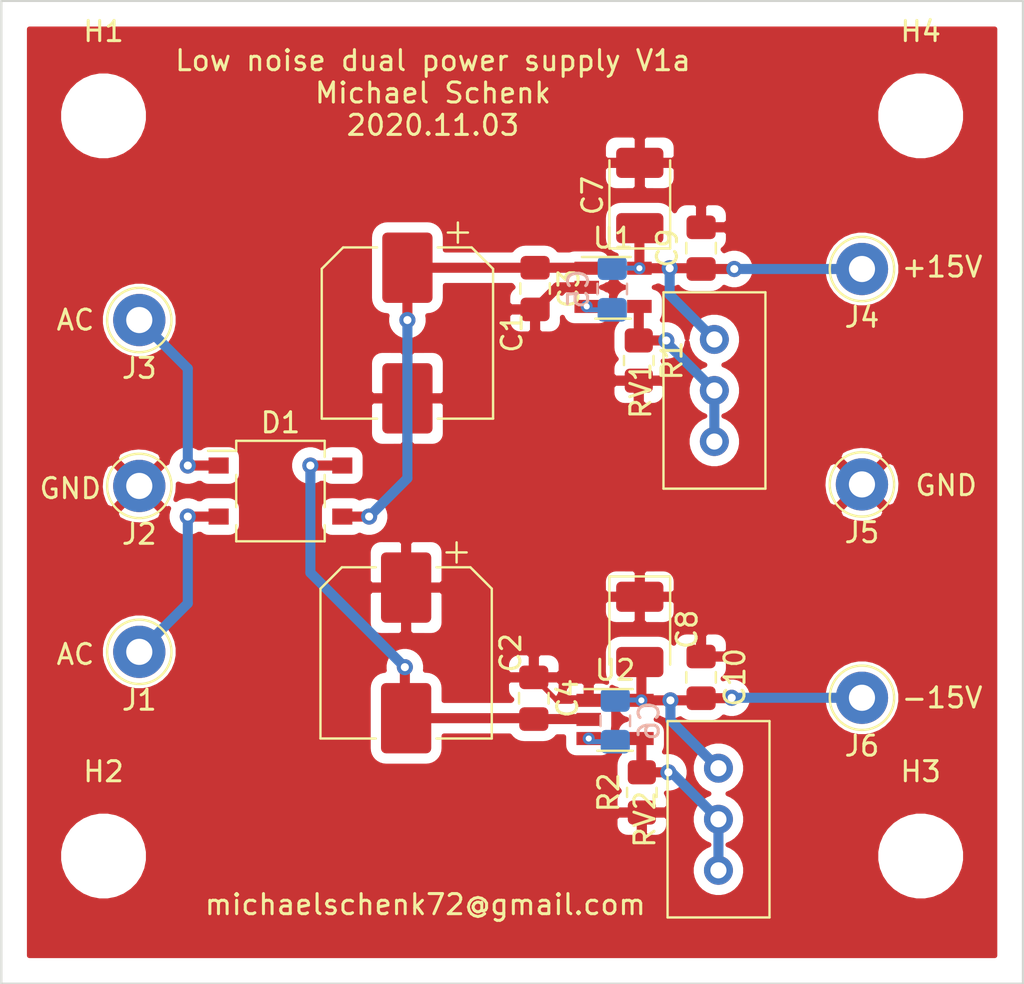
<source format=kicad_pcb>
(kicad_pcb (version 20171130) (host pcbnew "(5.1.7-0-10_14)")

  (general
    (thickness 1.6)
    (drawings 12)
    (tracks 81)
    (zones 0)
    (modules 27)
    (nets 12)
  )

  (page A4)
  (layers
    (0 F.Cu signal)
    (31 B.Cu signal)
    (32 B.Adhes user)
    (33 F.Adhes user)
    (34 B.Paste user)
    (35 F.Paste user)
    (36 B.SilkS user)
    (37 F.SilkS user)
    (38 B.Mask user)
    (39 F.Mask user)
    (40 Dwgs.User user)
    (41 Cmts.User user)
    (42 Eco1.User user)
    (43 Eco2.User user)
    (44 Edge.Cuts user)
    (45 Margin user)
    (46 B.CrtYd user)
    (47 F.CrtYd user)
    (48 B.Fab user)
    (49 F.Fab user)
  )

  (setup
    (last_trace_width 0.5)
    (user_trace_width 0.5)
    (trace_clearance 0.2)
    (zone_clearance 0.508)
    (zone_45_only no)
    (trace_min 0.2)
    (via_size 0.8)
    (via_drill 0.4)
    (via_min_size 0.4)
    (via_min_drill 0.3)
    (user_via 0.6 0.3)
    (uvia_size 0.3)
    (uvia_drill 0.1)
    (uvias_allowed no)
    (uvia_min_size 0.2)
    (uvia_min_drill 0.1)
    (edge_width 0.05)
    (segment_width 0.2)
    (pcb_text_width 0.3)
    (pcb_text_size 1.5 1.5)
    (mod_edge_width 0.12)
    (mod_text_size 1 1)
    (mod_text_width 0.15)
    (pad_size 1.524 1.524)
    (pad_drill 0.762)
    (pad_to_mask_clearance 0)
    (aux_axis_origin 0 0)
    (visible_elements FFFFFF7F)
    (pcbplotparams
      (layerselection 0x010f0_ffffffff)
      (usegerberextensions false)
      (usegerberattributes false)
      (usegerberadvancedattributes false)
      (creategerberjobfile false)
      (excludeedgelayer true)
      (linewidth 0.100000)
      (plotframeref false)
      (viasonmask false)
      (mode 1)
      (useauxorigin false)
      (hpglpennumber 1)
      (hpglpenspeed 20)
      (hpglpendiameter 15.000000)
      (psnegative false)
      (psa4output false)
      (plotreference true)
      (plotvalue false)
      (plotinvisibletext false)
      (padsonsilk true)
      (subtractmaskfromsilk false)
      (outputformat 1)
      (mirror false)
      (drillshape 0)
      (scaleselection 1)
      (outputdirectory "gerber/"))
  )

  (net 0 "")
  (net 1 GND)
  (net 2 "Net-(C1-Pad1)")
  (net 3 "Net-(C2-Pad2)")
  (net 4 "Net-(C5-Pad1)")
  (net 5 "Net-(C10-Pad2)")
  (net 6 "Net-(D1-Pad2)")
  (net 7 "Net-(D1-Pad1)")
  (net 8 "Net-(R1-Pad1)")
  (net 9 "Net-(R2-Pad2)")
  (net 10 "Net-(C5-Pad2)")
  (net 11 "Net-(C6-Pad1)")

  (net_class Default "This is the default net class."
    (clearance 0.2)
    (trace_width 0.25)
    (via_dia 0.8)
    (via_drill 0.4)
    (uvia_dia 0.3)
    (uvia_drill 0.1)
    (add_net GND)
    (add_net "Net-(C1-Pad1)")
    (add_net "Net-(C10-Pad2)")
    (add_net "Net-(C2-Pad2)")
    (add_net "Net-(C5-Pad1)")
    (add_net "Net-(C5-Pad2)")
    (add_net "Net-(C6-Pad1)")
    (add_net "Net-(D1-Pad1)")
    (add_net "Net-(D1-Pad2)")
    (add_net "Net-(R1-Pad1)")
    (add_net "Net-(R2-Pad2)")
  )

  (module Package_TO_SOT_SMD:TSOT-23-5 (layer F.Cu) (tedit 5A02FF57) (tstamp 5F958D26)
    (at 110.53 75.753)
    (descr "5-pin TSOT23 package, http://cds.linear.com/docs/en/packaging/SOT_5_05-08-1635.pdf")
    (tags TSOT-23-5)
    (path /5F957B72)
    (attr smd)
    (fp_text reference U2 (at 0 -2.45) (layer F.SilkS)
      (effects (font (size 1 1) (thickness 0.15)))
    )
    (fp_text value LT1964-BYP (at 0 2.5) (layer F.Fab)
      (effects (font (size 1 1) (thickness 0.15)))
    )
    (fp_line (start 2.17 1.7) (end -2.17 1.7) (layer F.CrtYd) (width 0.05))
    (fp_line (start 2.17 1.7) (end 2.17 -1.7) (layer F.CrtYd) (width 0.05))
    (fp_line (start -2.17 -1.7) (end -2.17 1.7) (layer F.CrtYd) (width 0.05))
    (fp_line (start -2.17 -1.7) (end 2.17 -1.7) (layer F.CrtYd) (width 0.05))
    (fp_line (start 0.88 -1.45) (end 0.88 1.45) (layer F.Fab) (width 0.1))
    (fp_line (start 0.88 1.45) (end -0.88 1.45) (layer F.Fab) (width 0.1))
    (fp_line (start -0.88 -1) (end -0.88 1.45) (layer F.Fab) (width 0.1))
    (fp_line (start 0.88 -1.45) (end -0.43 -1.45) (layer F.Fab) (width 0.1))
    (fp_line (start -0.88 -1) (end -0.43 -1.45) (layer F.Fab) (width 0.1))
    (fp_line (start 0.88 -1.51) (end -1.55 -1.51) (layer F.SilkS) (width 0.12))
    (fp_line (start -0.88 1.56) (end 0.88 1.56) (layer F.SilkS) (width 0.12))
    (fp_text user %R (at 0 0 90) (layer F.Fab)
      (effects (font (size 0.5 0.5) (thickness 0.075)))
    )
    (pad 5 smd rect (at 1.31 -0.95) (size 1.22 0.65) (layers F.Cu F.Paste F.Mask)
      (net 5 "Net-(C10-Pad2)"))
    (pad 4 smd rect (at 1.31 0.95) (size 1.22 0.65) (layers F.Cu F.Paste F.Mask)
      (net 9 "Net-(R2-Pad2)"))
    (pad 3 smd rect (at -1.31 0.95) (size 1.22 0.65) (layers F.Cu F.Paste F.Mask)
      (net 11 "Net-(C6-Pad1)"))
    (pad 2 smd rect (at -1.31 0) (size 1.22 0.65) (layers F.Cu F.Paste F.Mask)
      (net 3 "Net-(C2-Pad2)"))
    (pad 1 smd rect (at -1.31 -0.95) (size 1.22 0.65) (layers F.Cu F.Paste F.Mask)
      (net 1 GND))
    (model ${KISYS3DMOD}/Package_TO_SOT_SMD.3dshapes/TSOT-23-5.wrl
      (at (xyz 0 0 0))
      (scale (xyz 1 1 1))
      (rotate (xyz 0 0 0))
    )
  )

  (module Package_TO_SOT_SMD:TSOT-23-5 (layer F.Cu) (tedit 5A02FF57) (tstamp 5F958D11)
    (at 110.431001 54.252001)
    (descr "5-pin TSOT23 package, http://cds.linear.com/docs/en/packaging/SOT_5_05-08-1635.pdf")
    (tags TSOT-23-5)
    (path /5F9572E9)
    (attr smd)
    (fp_text reference U1 (at 0 -2.45) (layer F.SilkS)
      (effects (font (size 1 1) (thickness 0.15)))
    )
    (fp_text value LT1761-BYP (at 0 2.5) (layer F.Fab)
      (effects (font (size 1 1) (thickness 0.15)))
    )
    (fp_line (start 2.17 1.7) (end -2.17 1.7) (layer F.CrtYd) (width 0.05))
    (fp_line (start 2.17 1.7) (end 2.17 -1.7) (layer F.CrtYd) (width 0.05))
    (fp_line (start -2.17 -1.7) (end -2.17 1.7) (layer F.CrtYd) (width 0.05))
    (fp_line (start -2.17 -1.7) (end 2.17 -1.7) (layer F.CrtYd) (width 0.05))
    (fp_line (start 0.88 -1.45) (end 0.88 1.45) (layer F.Fab) (width 0.1))
    (fp_line (start 0.88 1.45) (end -0.88 1.45) (layer F.Fab) (width 0.1))
    (fp_line (start -0.88 -1) (end -0.88 1.45) (layer F.Fab) (width 0.1))
    (fp_line (start 0.88 -1.45) (end -0.43 -1.45) (layer F.Fab) (width 0.1))
    (fp_line (start -0.88 -1) (end -0.43 -1.45) (layer F.Fab) (width 0.1))
    (fp_line (start 0.88 -1.51) (end -1.55 -1.51) (layer F.SilkS) (width 0.12))
    (fp_line (start -0.88 1.56) (end 0.88 1.56) (layer F.SilkS) (width 0.12))
    (fp_text user %R (at 0 0 90) (layer F.Fab)
      (effects (font (size 0.5 0.5) (thickness 0.075)))
    )
    (pad 5 smd rect (at 1.31 -0.95) (size 1.22 0.65) (layers F.Cu F.Paste F.Mask)
      (net 4 "Net-(C5-Pad1)"))
    (pad 4 smd rect (at 1.31 0.95) (size 1.22 0.65) (layers F.Cu F.Paste F.Mask)
      (net 8 "Net-(R1-Pad1)"))
    (pad 3 smd rect (at -1.31 0.95) (size 1.22 0.65) (layers F.Cu F.Paste F.Mask)
      (net 10 "Net-(C5-Pad2)"))
    (pad 2 smd rect (at -1.31 0) (size 1.22 0.65) (layers F.Cu F.Paste F.Mask)
      (net 1 GND))
    (pad 1 smd rect (at -1.31 -0.95) (size 1.22 0.65) (layers F.Cu F.Paste F.Mask)
      (net 2 "Net-(C1-Pad1)"))
    (model ${KISYS3DMOD}/Package_TO_SOT_SMD.3dshapes/TSOT-23-5.wrl
      (at (xyz 0 0 0))
      (scale (xyz 1 1 1))
      (rotate (xyz 0 0 0))
    )
  )

  (module Potentiometer_THT:Potentiometer_Bourns_3296W_Vertical (layer F.Cu) (tedit 5A3D4994) (tstamp 5F958CFC)
    (at 115.6716 78.1812 90)
    (descr "Potentiometer, vertical, Bourns 3296W, https://www.bourns.com/pdfs/3296.pdf")
    (tags "Potentiometer vertical Bourns 3296W")
    (path /5F998C09)
    (fp_text reference RV2 (at -2.54 -3.66 90) (layer F.SilkS)
      (effects (font (size 1 1) (thickness 0.15)))
    )
    (fp_text value 250k (at -2.54 3.67 90) (layer F.Fab)
      (effects (font (size 1 1) (thickness 0.15)))
    )
    (fp_line (start 2.5 -2.7) (end -7.6 -2.7) (layer F.CrtYd) (width 0.05))
    (fp_line (start 2.5 2.7) (end 2.5 -2.7) (layer F.CrtYd) (width 0.05))
    (fp_line (start -7.6 2.7) (end 2.5 2.7) (layer F.CrtYd) (width 0.05))
    (fp_line (start -7.6 -2.7) (end -7.6 2.7) (layer F.CrtYd) (width 0.05))
    (fp_line (start 2.345 -2.53) (end 2.345 2.54) (layer F.SilkS) (width 0.12))
    (fp_line (start -7.425 -2.53) (end -7.425 2.54) (layer F.SilkS) (width 0.12))
    (fp_line (start -7.425 2.54) (end 2.345 2.54) (layer F.SilkS) (width 0.12))
    (fp_line (start -7.425 -2.53) (end 2.345 -2.53) (layer F.SilkS) (width 0.12))
    (fp_line (start 0.955 2.235) (end 0.956 0.066) (layer F.Fab) (width 0.1))
    (fp_line (start 0.955 2.235) (end 0.956 0.066) (layer F.Fab) (width 0.1))
    (fp_line (start 2.225 -2.41) (end -7.305 -2.41) (layer F.Fab) (width 0.1))
    (fp_line (start 2.225 2.42) (end 2.225 -2.41) (layer F.Fab) (width 0.1))
    (fp_line (start -7.305 2.42) (end 2.225 2.42) (layer F.Fab) (width 0.1))
    (fp_line (start -7.305 -2.41) (end -7.305 2.42) (layer F.Fab) (width 0.1))
    (fp_circle (center 0.955 1.15) (end 2.05 1.15) (layer F.Fab) (width 0.1))
    (fp_text user %R (at -3.175 0.005 90) (layer F.Fab)
      (effects (font (size 1 1) (thickness 0.15)))
    )
    (pad 3 thru_hole circle (at -5.08 0 90) (size 1.44 1.44) (drill 0.8) (layers *.Cu *.Mask)
      (net 9 "Net-(R2-Pad2)"))
    (pad 2 thru_hole circle (at -2.54 0 90) (size 1.44 1.44) (drill 0.8) (layers *.Cu *.Mask)
      (net 9 "Net-(R2-Pad2)"))
    (pad 1 thru_hole circle (at 0 0 90) (size 1.44 1.44) (drill 0.8) (layers *.Cu *.Mask)
      (net 5 "Net-(C10-Pad2)"))
    (model ${KISYS3DMOD}/Potentiometer_THT.3dshapes/Potentiometer_Bourns_3296W_Vertical.wrl
      (at (xyz 0 0 0))
      (scale (xyz 1 1 1))
      (rotate (xyz 0 0 0))
    )
  )

  (module Potentiometer_THT:Potentiometer_Bourns_3296W_Vertical (layer F.Cu) (tedit 5A3D4994) (tstamp 5F958CE5)
    (at 115.4684 56.8452 90)
    (descr "Potentiometer, vertical, Bourns 3296W, https://www.bourns.com/pdfs/3296.pdf")
    (tags "Potentiometer vertical Bourns 3296W")
    (path /5F95A600)
    (fp_text reference RV1 (at -2.54 -3.66 90) (layer F.SilkS)
      (effects (font (size 1 1) (thickness 0.15)))
    )
    (fp_text value 250k (at -2.54 3.67 90) (layer F.Fab)
      (effects (font (size 1 1) (thickness 0.15)))
    )
    (fp_line (start 2.5 -2.7) (end -7.6 -2.7) (layer F.CrtYd) (width 0.05))
    (fp_line (start 2.5 2.7) (end 2.5 -2.7) (layer F.CrtYd) (width 0.05))
    (fp_line (start -7.6 2.7) (end 2.5 2.7) (layer F.CrtYd) (width 0.05))
    (fp_line (start -7.6 -2.7) (end -7.6 2.7) (layer F.CrtYd) (width 0.05))
    (fp_line (start 2.345 -2.53) (end 2.345 2.54) (layer F.SilkS) (width 0.12))
    (fp_line (start -7.425 -2.53) (end -7.425 2.54) (layer F.SilkS) (width 0.12))
    (fp_line (start -7.425 2.54) (end 2.345 2.54) (layer F.SilkS) (width 0.12))
    (fp_line (start -7.425 -2.53) (end 2.345 -2.53) (layer F.SilkS) (width 0.12))
    (fp_line (start 0.955 2.235) (end 0.956 0.066) (layer F.Fab) (width 0.1))
    (fp_line (start 0.955 2.235) (end 0.956 0.066) (layer F.Fab) (width 0.1))
    (fp_line (start 2.225 -2.41) (end -7.305 -2.41) (layer F.Fab) (width 0.1))
    (fp_line (start 2.225 2.42) (end 2.225 -2.41) (layer F.Fab) (width 0.1))
    (fp_line (start -7.305 2.42) (end 2.225 2.42) (layer F.Fab) (width 0.1))
    (fp_line (start -7.305 -2.41) (end -7.305 2.42) (layer F.Fab) (width 0.1))
    (fp_circle (center 0.955 1.15) (end 2.05 1.15) (layer F.Fab) (width 0.1))
    (fp_text user %R (at -3.175 0.005 90) (layer F.Fab)
      (effects (font (size 1 1) (thickness 0.15)))
    )
    (pad 3 thru_hole circle (at -5.08 0 90) (size 1.44 1.44) (drill 0.8) (layers *.Cu *.Mask)
      (net 8 "Net-(R1-Pad1)"))
    (pad 2 thru_hole circle (at -2.54 0 90) (size 1.44 1.44) (drill 0.8) (layers *.Cu *.Mask)
      (net 8 "Net-(R1-Pad1)"))
    (pad 1 thru_hole circle (at 0 0 90) (size 1.44 1.44) (drill 0.8) (layers *.Cu *.Mask)
      (net 4 "Net-(C5-Pad1)"))
    (model ${KISYS3DMOD}/Potentiometer_THT.3dshapes/Potentiometer_Bourns_3296W_Vertical.wrl
      (at (xyz 0 0 0))
      (scale (xyz 1 1 1))
      (rotate (xyz 0 0 0))
    )
  )

  (module Resistor_SMD:R_0805_2012Metric_Pad1.20x1.40mm_HandSolder (layer F.Cu) (tedit 5F68FEEE) (tstamp 5F958CCE)
    (at 111.8616 79.3844 90)
    (descr "Resistor SMD 0805 (2012 Metric), square (rectangular) end terminal, IPC_7351 nominal with elongated pad for handsoldering. (Body size source: IPC-SM-782 page 72, https://www.pcb-3d.com/wordpress/wp-content/uploads/ipc-sm-782a_amendment_1_and_2.pdf), generated with kicad-footprint-generator")
    (tags "resistor handsolder")
    (path /5F99C2E1)
    (attr smd)
    (fp_text reference R2 (at 0 -1.65 90) (layer F.SilkS)
      (effects (font (size 1 1) (thickness 0.15)))
    )
    (fp_text value 15k (at 0 1.65 90) (layer F.Fab)
      (effects (font (size 1 1) (thickness 0.15)))
    )
    (fp_line (start 1.85 0.95) (end -1.85 0.95) (layer F.CrtYd) (width 0.05))
    (fp_line (start 1.85 -0.95) (end 1.85 0.95) (layer F.CrtYd) (width 0.05))
    (fp_line (start -1.85 -0.95) (end 1.85 -0.95) (layer F.CrtYd) (width 0.05))
    (fp_line (start -1.85 0.95) (end -1.85 -0.95) (layer F.CrtYd) (width 0.05))
    (fp_line (start -0.227064 0.735) (end 0.227064 0.735) (layer F.SilkS) (width 0.12))
    (fp_line (start -0.227064 -0.735) (end 0.227064 -0.735) (layer F.SilkS) (width 0.12))
    (fp_line (start 1 0.625) (end -1 0.625) (layer F.Fab) (width 0.1))
    (fp_line (start 1 -0.625) (end 1 0.625) (layer F.Fab) (width 0.1))
    (fp_line (start -1 -0.625) (end 1 -0.625) (layer F.Fab) (width 0.1))
    (fp_line (start -1 0.625) (end -1 -0.625) (layer F.Fab) (width 0.1))
    (fp_text user %R (at 0 0 90) (layer F.Fab)
      (effects (font (size 0.5 0.5) (thickness 0.08)))
    )
    (pad 2 smd roundrect (at 1 0 90) (size 1.2 1.4) (layers F.Cu F.Paste F.Mask) (roundrect_rratio 0.2083325)
      (net 9 "Net-(R2-Pad2)"))
    (pad 1 smd roundrect (at -1 0 90) (size 1.2 1.4) (layers F.Cu F.Paste F.Mask) (roundrect_rratio 0.2083325)
      (net 1 GND))
    (model ${KISYS3DMOD}/Resistor_SMD.3dshapes/R_0805_2012Metric.wrl
      (at (xyz 0 0 0))
      (scale (xyz 1 1 1))
      (rotate (xyz 0 0 0))
    )
  )

  (module Resistor_SMD:R_0805_2012Metric_Pad1.20x1.40mm_HandSolder (layer F.Cu) (tedit 5F68FEEE) (tstamp 5F958CBD)
    (at 111.7092 57.896 270)
    (descr "Resistor SMD 0805 (2012 Metric), square (rectangular) end terminal, IPC_7351 nominal with elongated pad for handsoldering. (Body size source: IPC-SM-782 page 72, https://www.pcb-3d.com/wordpress/wp-content/uploads/ipc-sm-782a_amendment_1_and_2.pdf), generated with kicad-footprint-generator")
    (tags "resistor handsolder")
    (path /5F95888A)
    (attr smd)
    (fp_text reference R1 (at 0 -1.65 90) (layer F.SilkS)
      (effects (font (size 1 1) (thickness 0.15)))
    )
    (fp_text value 15k (at 0 1.65 90) (layer F.Fab)
      (effects (font (size 1 1) (thickness 0.15)))
    )
    (fp_line (start 1.85 0.95) (end -1.85 0.95) (layer F.CrtYd) (width 0.05))
    (fp_line (start 1.85 -0.95) (end 1.85 0.95) (layer F.CrtYd) (width 0.05))
    (fp_line (start -1.85 -0.95) (end 1.85 -0.95) (layer F.CrtYd) (width 0.05))
    (fp_line (start -1.85 0.95) (end -1.85 -0.95) (layer F.CrtYd) (width 0.05))
    (fp_line (start -0.227064 0.735) (end 0.227064 0.735) (layer F.SilkS) (width 0.12))
    (fp_line (start -0.227064 -0.735) (end 0.227064 -0.735) (layer F.SilkS) (width 0.12))
    (fp_line (start 1 0.625) (end -1 0.625) (layer F.Fab) (width 0.1))
    (fp_line (start 1 -0.625) (end 1 0.625) (layer F.Fab) (width 0.1))
    (fp_line (start -1 -0.625) (end 1 -0.625) (layer F.Fab) (width 0.1))
    (fp_line (start -1 0.625) (end -1 -0.625) (layer F.Fab) (width 0.1))
    (fp_text user %R (at 0 0 90) (layer F.Fab)
      (effects (font (size 0.5 0.5) (thickness 0.08)))
    )
    (pad 2 smd roundrect (at 1 0 270) (size 1.2 1.4) (layers F.Cu F.Paste F.Mask) (roundrect_rratio 0.2083325)
      (net 1 GND))
    (pad 1 smd roundrect (at -1 0 270) (size 1.2 1.4) (layers F.Cu F.Paste F.Mask) (roundrect_rratio 0.2083325)
      (net 8 "Net-(R1-Pad1)"))
    (model ${KISYS3DMOD}/Resistor_SMD.3dshapes/R_0805_2012Metric.wrl
      (at (xyz 0 0 0))
      (scale (xyz 1 1 1))
      (rotate (xyz 0 0 0))
    )
  )

  (module Connector_Pin:Pin_D1.3mm_L11.0mm (layer F.Cu) (tedit 5A1DC085) (tstamp 5F958ABA)
    (at 122.809 74.676)
    (descr "solder Pin_ diameter 1.3mm, hole diameter 1.3mm, length 11.0mm")
    (tags "solder Pin_ pressfit")
    (path /5F96951B)
    (fp_text reference J6 (at 0 2.4) (layer F.SilkS)
      (effects (font (size 1 1) (thickness 0.15)))
    )
    (fp_text value -15V (at 0 -2.05) (layer F.Fab)
      (effects (font (size 1 1) (thickness 0.15)))
    )
    (fp_circle (center 0 0) (end 1.6 0.05) (layer F.SilkS) (width 0.12))
    (fp_circle (center 0 0) (end 1.25 -0.05) (layer F.Fab) (width 0.12))
    (fp_circle (center 0 0) (end 0.65 -0.05) (layer F.Fab) (width 0.12))
    (fp_circle (center 0 0) (end 1.8 0) (layer F.CrtYd) (width 0.05))
    (fp_text user %R (at 0 2.4) (layer F.Fab)
      (effects (font (size 1 1) (thickness 0.15)))
    )
    (pad 1 thru_hole circle (at 0 0) (size 2.6 2.6) (drill 1.3) (layers *.Cu *.Mask)
      (net 5 "Net-(C10-Pad2)"))
    (model ${KISYS3DMOD}/Connector_Pin.3dshapes/Pin_D1.3mm_L11.0mm.wrl
      (at (xyz 0 0 0))
      (scale (xyz 1 1 1))
      (rotate (xyz 0 0 0))
    )
  )

  (module Connector_Pin:Pin_D1.3mm_L11.0mm (layer F.Cu) (tedit 5A1DC085) (tstamp 5F958A82)
    (at 122.809 64.0588)
    (descr "solder Pin_ diameter 1.3mm, hole diameter 1.3mm, length 11.0mm")
    (tags "solder Pin_ pressfit")
    (path /5F96866D)
    (fp_text reference J5 (at 0 2.4) (layer F.SilkS)
      (effects (font (size 1 1) (thickness 0.15)))
    )
    (fp_text value GND (at 0 -2.05) (layer F.Fab)
      (effects (font (size 1 1) (thickness 0.15)))
    )
    (fp_circle (center 0 0) (end 1.6 0.05) (layer F.SilkS) (width 0.12))
    (fp_circle (center 0 0) (end 1.25 -0.05) (layer F.Fab) (width 0.12))
    (fp_circle (center 0 0) (end 0.65 -0.05) (layer F.Fab) (width 0.12))
    (fp_circle (center 0 0) (end 1.8 0) (layer F.CrtYd) (width 0.05))
    (fp_text user %R (at 0 2.4) (layer F.Fab)
      (effects (font (size 1 1) (thickness 0.15)))
    )
    (pad 1 thru_hole circle (at 0 0) (size 2.6 2.6) (drill 1.3) (layers *.Cu *.Mask)
      (net 1 GND))
    (model ${KISYS3DMOD}/Connector_Pin.3dshapes/Pin_D1.3mm_L11.0mm.wrl
      (at (xyz 0 0 0))
      (scale (xyz 1 1 1))
      (rotate (xyz 0 0 0))
    )
  )

  (module Connector_Pin:Pin_D1.3mm_L11.0mm (layer F.Cu) (tedit 5A1DC085) (tstamp 5F958C98)
    (at 122.809 53.34)
    (descr "solder Pin_ diameter 1.3mm, hole diameter 1.3mm, length 11.0mm")
    (tags "solder Pin_ pressfit")
    (path /5F968F41)
    (fp_text reference J4 (at 0 2.4) (layer F.SilkS)
      (effects (font (size 1 1) (thickness 0.15)))
    )
    (fp_text value +15V (at 0 -2.05) (layer F.Fab)
      (effects (font (size 1 1) (thickness 0.15)))
    )
    (fp_circle (center 0 0) (end 1.6 0.05) (layer F.SilkS) (width 0.12))
    (fp_circle (center 0 0) (end 1.25 -0.05) (layer F.Fab) (width 0.12))
    (fp_circle (center 0 0) (end 0.65 -0.05) (layer F.Fab) (width 0.12))
    (fp_circle (center 0 0) (end 1.8 0) (layer F.CrtYd) (width 0.05))
    (fp_text user %R (at 0 2.4) (layer F.Fab)
      (effects (font (size 1 1) (thickness 0.15)))
    )
    (pad 1 thru_hole circle (at 0 0) (size 2.6 2.6) (drill 1.3) (layers *.Cu *.Mask)
      (net 4 "Net-(C5-Pad1)"))
    (model ${KISYS3DMOD}/Connector_Pin.3dshapes/Pin_D1.3mm_L11.0mm.wrl
      (at (xyz 0 0 0))
      (scale (xyz 1 1 1))
      (rotate (xyz 0 0 0))
    )
  )

  (module Connector_Pin:Pin_D1.3mm_L11.0mm (layer F.Cu) (tedit 5A1DC085) (tstamp 5F958C8E)
    (at 86.868 55.88)
    (descr "solder Pin_ diameter 1.3mm, hole diameter 1.3mm, length 11.0mm")
    (tags "solder Pin_ pressfit")
    (path /5F95F6D2)
    (fp_text reference J3 (at 0 2.4) (layer F.SilkS)
      (effects (font (size 1 1) (thickness 0.15)))
    )
    (fp_text value AC (at 0 -2.05) (layer F.Fab)
      (effects (font (size 1 1) (thickness 0.15)))
    )
    (fp_circle (center 0 0) (end 1.6 0.05) (layer F.SilkS) (width 0.12))
    (fp_circle (center 0 0) (end 1.25 -0.05) (layer F.Fab) (width 0.12))
    (fp_circle (center 0 0) (end 0.65 -0.05) (layer F.Fab) (width 0.12))
    (fp_circle (center 0 0) (end 1.8 0) (layer F.CrtYd) (width 0.05))
    (fp_text user %R (at 0 2.4) (layer F.Fab)
      (effects (font (size 1 1) (thickness 0.15)))
    )
    (pad 1 thru_hole circle (at 0 0) (size 2.6 2.6) (drill 1.3) (layers *.Cu *.Mask)
      (net 7 "Net-(D1-Pad1)"))
    (model ${KISYS3DMOD}/Connector_Pin.3dshapes/Pin_D1.3mm_L11.0mm.wrl
      (at (xyz 0 0 0))
      (scale (xyz 1 1 1))
      (rotate (xyz 0 0 0))
    )
  )

  (module Connector_Pin:Pin_D1.3mm_L11.0mm (layer F.Cu) (tedit 5A1DC085) (tstamp 5F95A3D5)
    (at 86.868 64.135)
    (descr "solder Pin_ diameter 1.3mm, hole diameter 1.3mm, length 11.0mm")
    (tags "solder Pin_ pressfit")
    (path /5F959844)
    (fp_text reference J2 (at 0 2.4) (layer F.SilkS)
      (effects (font (size 1 1) (thickness 0.15)))
    )
    (fp_text value GND (at 0 -2.05) (layer F.Fab)
      (effects (font (size 1 1) (thickness 0.15)))
    )
    (fp_circle (center 0 0) (end 1.6 0.05) (layer F.SilkS) (width 0.12))
    (fp_circle (center 0 0) (end 1.25 -0.05) (layer F.Fab) (width 0.12))
    (fp_circle (center 0 0) (end 0.65 -0.05) (layer F.Fab) (width 0.12))
    (fp_circle (center 0 0) (end 1.8 0) (layer F.CrtYd) (width 0.05))
    (fp_text user %R (at 0 2.4) (layer F.Fab)
      (effects (font (size 1 1) (thickness 0.15)))
    )
    (pad 1 thru_hole circle (at 0 0) (size 2.6 2.6) (drill 1.3) (layers *.Cu *.Mask)
      (net 1 GND))
    (model ${KISYS3DMOD}/Connector_Pin.3dshapes/Pin_D1.3mm_L11.0mm.wrl
      (at (xyz 0 0 0))
      (scale (xyz 1 1 1))
      (rotate (xyz 0 0 0))
    )
  )

  (module Connector_Pin:Pin_D1.3mm_L11.0mm (layer F.Cu) (tedit 5A1DC085) (tstamp 5F958C7A)
    (at 86.868 72.39)
    (descr "solder Pin_ diameter 1.3mm, hole diameter 1.3mm, length 11.0mm")
    (tags "solder Pin_ pressfit")
    (path /5F95F176)
    (fp_text reference J1 (at 0 2.4) (layer F.SilkS)
      (effects (font (size 1 1) (thickness 0.15)))
    )
    (fp_text value AC (at 0 -2.05) (layer F.Fab)
      (effects (font (size 1 1) (thickness 0.15)))
    )
    (fp_circle (center 0 0) (end 1.6 0.05) (layer F.SilkS) (width 0.12))
    (fp_circle (center 0 0) (end 1.25 -0.05) (layer F.Fab) (width 0.12))
    (fp_circle (center 0 0) (end 0.65 -0.05) (layer F.Fab) (width 0.12))
    (fp_circle (center 0 0) (end 1.8 0) (layer F.CrtYd) (width 0.05))
    (fp_text user %R (at 0 2.4) (layer F.Fab)
      (effects (font (size 1 1) (thickness 0.15)))
    )
    (pad 1 thru_hole circle (at 0 0) (size 2.6 2.6) (drill 1.3) (layers *.Cu *.Mask)
      (net 6 "Net-(D1-Pad2)"))
    (model ${KISYS3DMOD}/Connector_Pin.3dshapes/Pin_D1.3mm_L11.0mm.wrl
      (at (xyz 0 0 0))
      (scale (xyz 1 1 1))
      (rotate (xyz 0 0 0))
    )
  )

  (module MountingHole:MountingHole_3.2mm_M3 (layer F.Cu) (tedit 56D1B4CB) (tstamp 5F958C70)
    (at 125.73 45.72)
    (descr "Mounting Hole 3.2mm, no annular, M3")
    (tags "mounting hole 3.2mm no annular m3")
    (path /5F95DB8E)
    (attr virtual)
    (fp_text reference H4 (at 0 -4.2) (layer F.SilkS)
      (effects (font (size 1 1) (thickness 0.15)))
    )
    (fp_text value MountingHole (at 0 4.2) (layer F.Fab)
      (effects (font (size 1 1) (thickness 0.15)))
    )
    (fp_circle (center 0 0) (end 3.45 0) (layer F.CrtYd) (width 0.05))
    (fp_circle (center 0 0) (end 3.2 0) (layer Cmts.User) (width 0.15))
    (fp_text user %R (at 0.3 0) (layer F.Fab)
      (effects (font (size 1 1) (thickness 0.15)))
    )
    (pad 1 np_thru_hole circle (at 0 0) (size 3.2 3.2) (drill 3.2) (layers *.Cu *.Mask))
  )

  (module MountingHole:MountingHole_3.2mm_M3 (layer F.Cu) (tedit 56D1B4CB) (tstamp 5F9584E3)
    (at 125.73 82.55)
    (descr "Mounting Hole 3.2mm, no annular, M3")
    (tags "mounting hole 3.2mm no annular m3")
    (path /5F95D7C8)
    (attr virtual)
    (fp_text reference H3 (at 0 -4.2) (layer F.SilkS)
      (effects (font (size 1 1) (thickness 0.15)))
    )
    (fp_text value MountingHole (at 0 4.2) (layer F.Fab)
      (effects (font (size 1 1) (thickness 0.15)))
    )
    (fp_circle (center 0 0) (end 3.45 0) (layer F.CrtYd) (width 0.05))
    (fp_circle (center 0 0) (end 3.2 0) (layer Cmts.User) (width 0.15))
    (fp_text user %R (at 0.3 0) (layer F.Fab)
      (effects (font (size 1 1) (thickness 0.15)))
    )
    (pad 1 np_thru_hole circle (at 0 0) (size 3.2 3.2) (drill 3.2) (layers *.Cu *.Mask))
  )

  (module MountingHole:MountingHole_3.2mm_M3 (layer F.Cu) (tedit 56D1B4CB) (tstamp 5F95850A)
    (at 85.09 82.55)
    (descr "Mounting Hole 3.2mm, no annular, M3")
    (tags "mounting hole 3.2mm no annular m3")
    (path /5F95D9CD)
    (attr virtual)
    (fp_text reference H2 (at 0 -4.2) (layer F.SilkS)
      (effects (font (size 1 1) (thickness 0.15)))
    )
    (fp_text value MountingHole (at 0 4.2) (layer F.Fab)
      (effects (font (size 1 1) (thickness 0.15)))
    )
    (fp_circle (center 0 0) (end 3.45 0) (layer F.CrtYd) (width 0.05))
    (fp_circle (center 0 0) (end 3.2 0) (layer Cmts.User) (width 0.15))
    (fp_text user %R (at 0.3 0) (layer F.Fab)
      (effects (font (size 1 1) (thickness 0.15)))
    )
    (pad 1 np_thru_hole circle (at 0 0) (size 3.2 3.2) (drill 3.2) (layers *.Cu *.Mask))
  )

  (module MountingHole:MountingHole_3.2mm_M3 (layer F.Cu) (tedit 56D1B4CB) (tstamp 5F958C58)
    (at 85.09 45.72)
    (descr "Mounting Hole 3.2mm, no annular, M3")
    (tags "mounting hole 3.2mm no annular m3")
    (path /5F95CBEB)
    (attr virtual)
    (fp_text reference H1 (at 0 -4.2) (layer F.SilkS)
      (effects (font (size 1 1) (thickness 0.15)))
    )
    (fp_text value MountingHole (at 0 4.2) (layer F.Fab)
      (effects (font (size 1 1) (thickness 0.15)))
    )
    (fp_circle (center 0 0) (end 3.45 0) (layer F.CrtYd) (width 0.05))
    (fp_circle (center 0 0) (end 3.2 0) (layer Cmts.User) (width 0.15))
    (fp_text user %R (at 0.3 0) (layer F.Fab)
      (effects (font (size 1 1) (thickness 0.15)))
    )
    (pad 1 np_thru_hole circle (at 0 0) (size 3.2 3.2) (drill 3.2) (layers *.Cu *.Mask))
  )

  (module Package_TO_SOT_SMD:TO-269AA (layer F.Cu) (tedit 5A4F6848) (tstamp 5F958C50)
    (at 93.8895 64.389)
    (descr "SMD package TO-269AA (e.g. diode bridge), see http://www.vishay.com/docs/88854/padlayouts.pdf")
    (tags "TO-269AA MBS diode bridge")
    (path /5F95E1FB)
    (attr smd)
    (fp_text reference D1 (at 0 -3.4) (layer F.SilkS)
      (effects (font (size 1 1) (thickness 0.15)))
    )
    (fp_text value MB4S (at 0 3.5) (layer F.Fab)
      (effects (font (size 1 1) (thickness 0.15)))
    )
    (fp_line (start 3.83 2.65) (end -3.82 2.65) (layer F.CrtYd) (width 0.05))
    (fp_line (start 3.83 2.65) (end 3.83 -2.65) (layer F.CrtYd) (width 0.05))
    (fp_line (start -3.82 -2.65) (end -3.82 2.65) (layer F.CrtYd) (width 0.05))
    (fp_line (start -3.82 -2.65) (end 3.83 -2.65) (layer F.CrtYd) (width 0.05))
    (fp_line (start -1.35 -2.4) (end 2.05 -2.4) (layer F.Fab) (width 0.12))
    (fp_line (start -2.05 -1.7) (end -1.35 -2.4) (layer F.Fab) (width 0.12))
    (fp_line (start -2.05 2.4) (end -2.05 -1.7) (layer F.Fab) (width 0.12))
    (fp_line (start 2.05 2.4) (end -2.05 2.4) (layer F.Fab) (width 0.12))
    (fp_line (start 2.05 -2.4) (end 2.05 2.4) (layer F.Fab) (width 0.12))
    (fp_line (start -2.2 2.5) (end -2.2 1.7) (layer F.SilkS) (width 0.12))
    (fp_line (start 2.2 2.5) (end -2.2 2.5) (layer F.SilkS) (width 0.12))
    (fp_line (start 2.2 1.7) (end 2.2 2.5) (layer F.SilkS) (width 0.12))
    (fp_line (start 2.2 -2.5) (end -2.2 -2.5) (layer F.SilkS) (width 0.12))
    (fp_line (start 2.2 -1.7) (end 2.2 -2.5) (layer F.SilkS) (width 0.12))
    (fp_line (start -2.2 -0.8) (end -2.2 0.8) (layer F.SilkS) (width 0.12))
    (fp_line (start 2.2 -0.8) (end 2.2 0.8) (layer F.SilkS) (width 0.12))
    (fp_line (start -2.2 -2) (end -3.6 -2) (layer F.SilkS) (width 0.12))
    (fp_line (start -2.2 -2.5) (end -2.2 -2) (layer F.SilkS) (width 0.12))
    (fp_text user %R (at 0 -0.065) (layer F.Fab)
      (effects (font (size 1 1) (thickness 0.15)))
    )
    (pad 4 smd rect (at 3.075 -1.27) (size 1 0.8) (layers F.Cu F.Paste F.Mask)
      (net 3 "Net-(C2-Pad2)"))
    (pad 3 smd rect (at 3.075 1.27) (size 1 0.8) (layers F.Cu F.Paste F.Mask)
      (net 2 "Net-(C1-Pad1)"))
    (pad 2 smd rect (at -3.075 1.27) (size 1 0.8) (layers F.Cu F.Paste F.Mask)
      (net 6 "Net-(D1-Pad2)"))
    (pad 1 smd rect (at -3.075 -1.27) (size 1 0.8) (layers F.Cu F.Paste F.Mask)
      (net 7 "Net-(D1-Pad1)"))
    (model ${KISYS3DMOD}/Package_TO_SOT_SMD.3dshapes/TO-269AA.wrl
      (at (xyz 0 0 0))
      (scale (xyz 1 1 1))
      (rotate (xyz 0 0 0))
    )
  )

  (module Capacitor_SMD:C_0805_2012Metric_Pad1.18x1.45mm_HandSolder (layer F.Cu) (tedit 5F68FEEF) (tstamp 5F958C35)
    (at 114.808 73.66 270)
    (descr "Capacitor SMD 0805 (2012 Metric), square (rectangular) end terminal, IPC_7351 nominal with elongated pad for handsoldering. (Body size source: IPC-SM-782 page 76, https://www.pcb-3d.com/wordpress/wp-content/uploads/ipc-sm-782a_amendment_1_and_2.pdf, https://docs.google.com/spreadsheets/d/1BsfQQcO9C6DZCsRaXUlFlo91Tg2WpOkGARC1WS5S8t0/edit?usp=sharing), generated with kicad-footprint-generator")
    (tags "capacitor handsolder")
    (path /5F9919F2)
    (attr smd)
    (fp_text reference C10 (at 0 -1.68 90) (layer F.SilkS)
      (effects (font (size 1 1) (thickness 0.15)))
    )
    (fp_text value 100n (at 0 1.68 90) (layer F.Fab)
      (effects (font (size 1 1) (thickness 0.15)))
    )
    (fp_line (start 1.88 0.98) (end -1.88 0.98) (layer F.CrtYd) (width 0.05))
    (fp_line (start 1.88 -0.98) (end 1.88 0.98) (layer F.CrtYd) (width 0.05))
    (fp_line (start -1.88 -0.98) (end 1.88 -0.98) (layer F.CrtYd) (width 0.05))
    (fp_line (start -1.88 0.98) (end -1.88 -0.98) (layer F.CrtYd) (width 0.05))
    (fp_line (start -0.261252 0.735) (end 0.261252 0.735) (layer F.SilkS) (width 0.12))
    (fp_line (start -0.261252 -0.735) (end 0.261252 -0.735) (layer F.SilkS) (width 0.12))
    (fp_line (start 1 0.625) (end -1 0.625) (layer F.Fab) (width 0.1))
    (fp_line (start 1 -0.625) (end 1 0.625) (layer F.Fab) (width 0.1))
    (fp_line (start -1 -0.625) (end 1 -0.625) (layer F.Fab) (width 0.1))
    (fp_line (start -1 0.625) (end -1 -0.625) (layer F.Fab) (width 0.1))
    (fp_text user %R (at 0 0 90) (layer F.Fab)
      (effects (font (size 0.5 0.5) (thickness 0.08)))
    )
    (pad 2 smd roundrect (at 1.0375 0 270) (size 1.175 1.45) (layers F.Cu F.Paste F.Mask) (roundrect_rratio 0.2127659574468085)
      (net 5 "Net-(C10-Pad2)"))
    (pad 1 smd roundrect (at -1.0375 0 270) (size 1.175 1.45) (layers F.Cu F.Paste F.Mask) (roundrect_rratio 0.2127659574468085)
      (net 1 GND))
    (model ${KISYS3DMOD}/Capacitor_SMD.3dshapes/C_0805_2012Metric.wrl
      (at (xyz 0 0 0))
      (scale (xyz 1 1 1))
      (rotate (xyz 0 0 0))
    )
  )

  (module Capacitor_SMD:C_0805_2012Metric_Pad1.18x1.45mm_HandSolder (layer F.Cu) (tedit 5F68FEEF) (tstamp 5F958C24)
    (at 114.808 52.3025 90)
    (descr "Capacitor SMD 0805 (2012 Metric), square (rectangular) end terminal, IPC_7351 nominal with elongated pad for handsoldering. (Body size source: IPC-SM-782 page 76, https://www.pcb-3d.com/wordpress/wp-content/uploads/ipc-sm-782a_amendment_1_and_2.pdf, https://docs.google.com/spreadsheets/d/1BsfQQcO9C6DZCsRaXUlFlo91Tg2WpOkGARC1WS5S8t0/edit?usp=sharing), generated with kicad-footprint-generator")
    (tags "capacitor handsolder")
    (path /5F973298)
    (attr smd)
    (fp_text reference C9 (at 0 -1.68 90) (layer F.SilkS)
      (effects (font (size 1 1) (thickness 0.15)))
    )
    (fp_text value 100n (at 0 1.68 90) (layer F.Fab)
      (effects (font (size 1 1) (thickness 0.15)))
    )
    (fp_line (start 1.88 0.98) (end -1.88 0.98) (layer F.CrtYd) (width 0.05))
    (fp_line (start 1.88 -0.98) (end 1.88 0.98) (layer F.CrtYd) (width 0.05))
    (fp_line (start -1.88 -0.98) (end 1.88 -0.98) (layer F.CrtYd) (width 0.05))
    (fp_line (start -1.88 0.98) (end -1.88 -0.98) (layer F.CrtYd) (width 0.05))
    (fp_line (start -0.261252 0.735) (end 0.261252 0.735) (layer F.SilkS) (width 0.12))
    (fp_line (start -0.261252 -0.735) (end 0.261252 -0.735) (layer F.SilkS) (width 0.12))
    (fp_line (start 1 0.625) (end -1 0.625) (layer F.Fab) (width 0.1))
    (fp_line (start 1 -0.625) (end 1 0.625) (layer F.Fab) (width 0.1))
    (fp_line (start -1 -0.625) (end 1 -0.625) (layer F.Fab) (width 0.1))
    (fp_line (start -1 0.625) (end -1 -0.625) (layer F.Fab) (width 0.1))
    (fp_text user %R (at 0 0 90) (layer F.Fab)
      (effects (font (size 0.5 0.5) (thickness 0.08)))
    )
    (pad 2 smd roundrect (at 1.0375 0 90) (size 1.175 1.45) (layers F.Cu F.Paste F.Mask) (roundrect_rratio 0.2127659574468085)
      (net 1 GND))
    (pad 1 smd roundrect (at -1.0375 0 90) (size 1.175 1.45) (layers F.Cu F.Paste F.Mask) (roundrect_rratio 0.2127659574468085)
      (net 4 "Net-(C5-Pad1)"))
    (model ${KISYS3DMOD}/Capacitor_SMD.3dshapes/C_0805_2012Metric.wrl
      (at (xyz 0 0 0))
      (scale (xyz 1 1 1))
      (rotate (xyz 0 0 0))
    )
  )

  (module Capacitor_Tantalum_SMD:CP_EIA-3528-12_Kemet-T_Pad1.50x2.35mm_HandSolder (layer F.Cu) (tedit 5EBA9318) (tstamp 5F958C13)
    (at 111.76 71.273 270)
    (descr "Tantalum Capacitor SMD Kemet-T (3528-12 Metric), IPC_7351 nominal, (Body size from: http://www.kemet.com/Lists/ProductCatalog/Attachments/253/KEM_TC101_STD.pdf), generated with kicad-footprint-generator")
    (tags "capacitor tantalum")
    (path /5F9919EC)
    (attr smd)
    (fp_text reference C8 (at 0 -2.35 90) (layer F.SilkS)
      (effects (font (size 1 1) (thickness 0.15)))
    )
    (fp_text value 10u (at 0 2.35 90) (layer F.Fab)
      (effects (font (size 1 1) (thickness 0.15)))
    )
    (fp_line (start 2.62 1.65) (end -2.62 1.65) (layer F.CrtYd) (width 0.05))
    (fp_line (start 2.62 -1.65) (end 2.62 1.65) (layer F.CrtYd) (width 0.05))
    (fp_line (start -2.62 -1.65) (end 2.62 -1.65) (layer F.CrtYd) (width 0.05))
    (fp_line (start -2.62 1.65) (end -2.62 -1.65) (layer F.CrtYd) (width 0.05))
    (fp_line (start -2.635 1.51) (end 1.75 1.51) (layer F.SilkS) (width 0.12))
    (fp_line (start -2.635 -1.51) (end -2.635 1.51) (layer F.SilkS) (width 0.12))
    (fp_line (start 1.75 -1.51) (end -2.635 -1.51) (layer F.SilkS) (width 0.12))
    (fp_line (start 1.75 1.4) (end 1.75 -1.4) (layer F.Fab) (width 0.1))
    (fp_line (start -1.75 1.4) (end 1.75 1.4) (layer F.Fab) (width 0.1))
    (fp_line (start -1.75 -0.7) (end -1.75 1.4) (layer F.Fab) (width 0.1))
    (fp_line (start -1.05 -1.4) (end -1.75 -0.7) (layer F.Fab) (width 0.1))
    (fp_line (start 1.75 -1.4) (end -1.05 -1.4) (layer F.Fab) (width 0.1))
    (fp_text user %R (at 0 0 90) (layer F.Fab)
      (effects (font (size 0.88 0.88) (thickness 0.13)))
    )
    (pad 2 smd roundrect (at 1.625 0 270) (size 1.5 2.35) (layers F.Cu F.Paste F.Mask) (roundrect_rratio 0.1666666666666667)
      (net 5 "Net-(C10-Pad2)"))
    (pad 1 smd roundrect (at -1.625 0 270) (size 1.5 2.35) (layers F.Cu F.Paste F.Mask) (roundrect_rratio 0.1666666666666667)
      (net 1 GND))
    (model ${KISYS3DMOD}/Capacitor_Tantalum_SMD.3dshapes/CP_EIA-3528-12_Kemet-T.wrl
      (at (xyz 0 0 0))
      (scale (xyz 1 1 1))
      (rotate (xyz 0 0 0))
    )
  )

  (module Capacitor_Tantalum_SMD:CP_EIA-3528-12_Kemet-T_Pad1.50x2.35mm_HandSolder (layer F.Cu) (tedit 5EBA9318) (tstamp 5F958C00)
    (at 111.76 49.683 90)
    (descr "Tantalum Capacitor SMD Kemet-T (3528-12 Metric), IPC_7351 nominal, (Body size from: http://www.kemet.com/Lists/ProductCatalog/Attachments/253/KEM_TC101_STD.pdf), generated with kicad-footprint-generator")
    (tags "capacitor tantalum")
    (path /5F95BFDC)
    (attr smd)
    (fp_text reference C7 (at 0 -2.35 90) (layer F.SilkS)
      (effects (font (size 1 1) (thickness 0.15)))
    )
    (fp_text value 10u (at 0 2.35 90) (layer F.Fab)
      (effects (font (size 1 1) (thickness 0.15)))
    )
    (fp_line (start 2.62 1.65) (end -2.62 1.65) (layer F.CrtYd) (width 0.05))
    (fp_line (start 2.62 -1.65) (end 2.62 1.65) (layer F.CrtYd) (width 0.05))
    (fp_line (start -2.62 -1.65) (end 2.62 -1.65) (layer F.CrtYd) (width 0.05))
    (fp_line (start -2.62 1.65) (end -2.62 -1.65) (layer F.CrtYd) (width 0.05))
    (fp_line (start -2.635 1.51) (end 1.75 1.51) (layer F.SilkS) (width 0.12))
    (fp_line (start -2.635 -1.51) (end -2.635 1.51) (layer F.SilkS) (width 0.12))
    (fp_line (start 1.75 -1.51) (end -2.635 -1.51) (layer F.SilkS) (width 0.12))
    (fp_line (start 1.75 1.4) (end 1.75 -1.4) (layer F.Fab) (width 0.1))
    (fp_line (start -1.75 1.4) (end 1.75 1.4) (layer F.Fab) (width 0.1))
    (fp_line (start -1.75 -0.7) (end -1.75 1.4) (layer F.Fab) (width 0.1))
    (fp_line (start -1.05 -1.4) (end -1.75 -0.7) (layer F.Fab) (width 0.1))
    (fp_line (start 1.75 -1.4) (end -1.05 -1.4) (layer F.Fab) (width 0.1))
    (fp_text user %R (at 0 0 90) (layer F.Fab)
      (effects (font (size 0.88 0.88) (thickness 0.13)))
    )
    (pad 2 smd roundrect (at 1.625 0 90) (size 1.5 2.35) (layers F.Cu F.Paste F.Mask) (roundrect_rratio 0.1666666666666667)
      (net 1 GND))
    (pad 1 smd roundrect (at -1.625 0 90) (size 1.5 2.35) (layers F.Cu F.Paste F.Mask) (roundrect_rratio 0.1666666666666667)
      (net 4 "Net-(C5-Pad1)"))
    (model ${KISYS3DMOD}/Capacitor_Tantalum_SMD.3dshapes/CP_EIA-3528-12_Kemet-T.wrl
      (at (xyz 0 0 0))
      (scale (xyz 1 1 1))
      (rotate (xyz 0 0 0))
    )
  )

  (module Capacitor_SMD:C_0805_2012Metric_Pad1.18x1.45mm_HandSolder (layer B.Cu) (tedit 5F68FEEF) (tstamp 5F958BED)
    (at 110.5408 75.8229 90)
    (descr "Capacitor SMD 0805 (2012 Metric), square (rectangular) end terminal, IPC_7351 nominal with elongated pad for handsoldering. (Body size source: IPC-SM-782 page 76, https://www.pcb-3d.com/wordpress/wp-content/uploads/ipc-sm-782a_amendment_1_and_2.pdf, https://docs.google.com/spreadsheets/d/1BsfQQcO9C6DZCsRaXUlFlo91Tg2WpOkGARC1WS5S8t0/edit?usp=sharing), generated with kicad-footprint-generator")
    (tags "capacitor handsolder")
    (path /5F996810)
    (attr smd)
    (fp_text reference C6 (at 0 1.68 90) (layer B.SilkS)
      (effects (font (size 1 1) (thickness 0.15)) (justify mirror))
    )
    (fp_text value 10n (at 0 -1.68 90) (layer B.Fab)
      (effects (font (size 1 1) (thickness 0.15)) (justify mirror))
    )
    (fp_line (start 1.88 -0.98) (end -1.88 -0.98) (layer B.CrtYd) (width 0.05))
    (fp_line (start 1.88 0.98) (end 1.88 -0.98) (layer B.CrtYd) (width 0.05))
    (fp_line (start -1.88 0.98) (end 1.88 0.98) (layer B.CrtYd) (width 0.05))
    (fp_line (start -1.88 -0.98) (end -1.88 0.98) (layer B.CrtYd) (width 0.05))
    (fp_line (start -0.261252 -0.735) (end 0.261252 -0.735) (layer B.SilkS) (width 0.12))
    (fp_line (start -0.261252 0.735) (end 0.261252 0.735) (layer B.SilkS) (width 0.12))
    (fp_line (start 1 -0.625) (end -1 -0.625) (layer B.Fab) (width 0.1))
    (fp_line (start 1 0.625) (end 1 -0.625) (layer B.Fab) (width 0.1))
    (fp_line (start -1 0.625) (end 1 0.625) (layer B.Fab) (width 0.1))
    (fp_line (start -1 -0.625) (end -1 0.625) (layer B.Fab) (width 0.1))
    (fp_text user %R (at 0 0 90) (layer B.Fab)
      (effects (font (size 0.5 0.5) (thickness 0.08)) (justify mirror))
    )
    (pad 2 smd roundrect (at 1.0375 0 90) (size 1.175 1.45) (layers B.Cu B.Paste B.Mask) (roundrect_rratio 0.2127659574468085)
      (net 5 "Net-(C10-Pad2)"))
    (pad 1 smd roundrect (at -1.0375 0 90) (size 1.175 1.45) (layers B.Cu B.Paste B.Mask) (roundrect_rratio 0.2127659574468085)
      (net 11 "Net-(C6-Pad1)"))
    (model ${KISYS3DMOD}/Capacitor_SMD.3dshapes/C_0805_2012Metric.wrl
      (at (xyz 0 0 0))
      (scale (xyz 1 1 1))
      (rotate (xyz 0 0 0))
    )
  )

  (module Capacitor_SMD:C_0805_2012Metric_Pad1.18x1.45mm_HandSolder (layer B.Cu) (tedit 5F68FEEF) (tstamp 5FA07FF4)
    (at 110.3884 54.3345 270)
    (descr "Capacitor SMD 0805 (2012 Metric), square (rectangular) end terminal, IPC_7351 nominal with elongated pad for handsoldering. (Body size source: IPC-SM-782 page 76, https://www.pcb-3d.com/wordpress/wp-content/uploads/ipc-sm-782a_amendment_1_and_2.pdf, https://docs.google.com/spreadsheets/d/1BsfQQcO9C6DZCsRaXUlFlo91Tg2WpOkGARC1WS5S8t0/edit?usp=sharing), generated with kicad-footprint-generator")
    (tags "capacitor handsolder")
    (path /5F95B397)
    (attr smd)
    (fp_text reference C5 (at 0 1.68 270) (layer B.SilkS)
      (effects (font (size 1 1) (thickness 0.15)) (justify mirror))
    )
    (fp_text value 10n (at 0 -1.68 270) (layer B.Fab)
      (effects (font (size 1 1) (thickness 0.15)) (justify mirror))
    )
    (fp_line (start 1.88 -0.98) (end -1.88 -0.98) (layer B.CrtYd) (width 0.05))
    (fp_line (start 1.88 0.98) (end 1.88 -0.98) (layer B.CrtYd) (width 0.05))
    (fp_line (start -1.88 0.98) (end 1.88 0.98) (layer B.CrtYd) (width 0.05))
    (fp_line (start -1.88 -0.98) (end -1.88 0.98) (layer B.CrtYd) (width 0.05))
    (fp_line (start -0.261252 -0.735) (end 0.261252 -0.735) (layer B.SilkS) (width 0.12))
    (fp_line (start -0.261252 0.735) (end 0.261252 0.735) (layer B.SilkS) (width 0.12))
    (fp_line (start 1 -0.625) (end -1 -0.625) (layer B.Fab) (width 0.1))
    (fp_line (start 1 0.625) (end 1 -0.625) (layer B.Fab) (width 0.1))
    (fp_line (start -1 0.625) (end 1 0.625) (layer B.Fab) (width 0.1))
    (fp_line (start -1 -0.625) (end -1 0.625) (layer B.Fab) (width 0.1))
    (fp_text user %R (at 0 0 270) (layer B.Fab)
      (effects (font (size 0.5 0.5) (thickness 0.08)) (justify mirror))
    )
    (pad 2 smd roundrect (at 1.0375 0 270) (size 1.175 1.45) (layers B.Cu B.Paste B.Mask) (roundrect_rratio 0.2127659574468085)
      (net 10 "Net-(C5-Pad2)"))
    (pad 1 smd roundrect (at -1.0375 0 270) (size 1.175 1.45) (layers B.Cu B.Paste B.Mask) (roundrect_rratio 0.2127659574468085)
      (net 4 "Net-(C5-Pad1)"))
    (model ${KISYS3DMOD}/Capacitor_SMD.3dshapes/C_0805_2012Metric.wrl
      (at (xyz 0 0 0))
      (scale (xyz 1 1 1))
      (rotate (xyz 0 0 0))
    )
  )

  (module Capacitor_SMD:C_0805_2012Metric_Pad1.18x1.45mm_HandSolder (layer F.Cu) (tedit 5F68FEEF) (tstamp 5F958BCB)
    (at 106.4895 74.6975 270)
    (descr "Capacitor SMD 0805 (2012 Metric), square (rectangular) end terminal, IPC_7351 nominal with elongated pad for handsoldering. (Body size source: IPC-SM-782 page 76, https://www.pcb-3d.com/wordpress/wp-content/uploads/ipc-sm-782a_amendment_1_and_2.pdf, https://docs.google.com/spreadsheets/d/1BsfQQcO9C6DZCsRaXUlFlo91Tg2WpOkGARC1WS5S8t0/edit?usp=sharing), generated with kicad-footprint-generator")
    (tags "capacitor handsolder")
    (path /5F989596)
    (attr smd)
    (fp_text reference C4 (at 0 -1.68 90) (layer F.SilkS)
      (effects (font (size 1 1) (thickness 0.15)))
    )
    (fp_text value 1u (at 0 1.68 90) (layer F.Fab)
      (effects (font (size 1 1) (thickness 0.15)))
    )
    (fp_line (start 1.88 0.98) (end -1.88 0.98) (layer F.CrtYd) (width 0.05))
    (fp_line (start 1.88 -0.98) (end 1.88 0.98) (layer F.CrtYd) (width 0.05))
    (fp_line (start -1.88 -0.98) (end 1.88 -0.98) (layer F.CrtYd) (width 0.05))
    (fp_line (start -1.88 0.98) (end -1.88 -0.98) (layer F.CrtYd) (width 0.05))
    (fp_line (start -0.261252 0.735) (end 0.261252 0.735) (layer F.SilkS) (width 0.12))
    (fp_line (start -0.261252 -0.735) (end 0.261252 -0.735) (layer F.SilkS) (width 0.12))
    (fp_line (start 1 0.625) (end -1 0.625) (layer F.Fab) (width 0.1))
    (fp_line (start 1 -0.625) (end 1 0.625) (layer F.Fab) (width 0.1))
    (fp_line (start -1 -0.625) (end 1 -0.625) (layer F.Fab) (width 0.1))
    (fp_line (start -1 0.625) (end -1 -0.625) (layer F.Fab) (width 0.1))
    (fp_text user %R (at 0 0 90) (layer F.Fab)
      (effects (font (size 0.5 0.5) (thickness 0.08)))
    )
    (pad 2 smd roundrect (at 1.0375 0 270) (size 1.175 1.45) (layers F.Cu F.Paste F.Mask) (roundrect_rratio 0.2127659574468085)
      (net 3 "Net-(C2-Pad2)"))
    (pad 1 smd roundrect (at -1.0375 0 270) (size 1.175 1.45) (layers F.Cu F.Paste F.Mask) (roundrect_rratio 0.2127659574468085)
      (net 1 GND))
    (model ${KISYS3DMOD}/Capacitor_SMD.3dshapes/C_0805_2012Metric.wrl
      (at (xyz 0 0 0))
      (scale (xyz 1 1 1))
      (rotate (xyz 0 0 0))
    )
  )

  (module Capacitor_SMD:C_0805_2012Metric_Pad1.18x1.45mm_HandSolder (layer F.Cu) (tedit 5F68FEEF) (tstamp 5F958BBA)
    (at 106.553 54.314 270)
    (descr "Capacitor SMD 0805 (2012 Metric), square (rectangular) end terminal, IPC_7351 nominal with elongated pad for handsoldering. (Body size source: IPC-SM-782 page 76, https://www.pcb-3d.com/wordpress/wp-content/uploads/ipc-sm-782a_amendment_1_and_2.pdf, https://docs.google.com/spreadsheets/d/1BsfQQcO9C6DZCsRaXUlFlo91Tg2WpOkGARC1WS5S8t0/edit?usp=sharing), generated with kicad-footprint-generator")
    (tags "capacitor handsolder")
    (path /5F95AC77)
    (attr smd)
    (fp_text reference C3 (at 0 -1.68 90) (layer F.SilkS)
      (effects (font (size 1 1) (thickness 0.15)))
    )
    (fp_text value 1u (at 0 1.68 90) (layer F.Fab)
      (effects (font (size 1 1) (thickness 0.15)))
    )
    (fp_line (start 1.88 0.98) (end -1.88 0.98) (layer F.CrtYd) (width 0.05))
    (fp_line (start 1.88 -0.98) (end 1.88 0.98) (layer F.CrtYd) (width 0.05))
    (fp_line (start -1.88 -0.98) (end 1.88 -0.98) (layer F.CrtYd) (width 0.05))
    (fp_line (start -1.88 0.98) (end -1.88 -0.98) (layer F.CrtYd) (width 0.05))
    (fp_line (start -0.261252 0.735) (end 0.261252 0.735) (layer F.SilkS) (width 0.12))
    (fp_line (start -0.261252 -0.735) (end 0.261252 -0.735) (layer F.SilkS) (width 0.12))
    (fp_line (start 1 0.625) (end -1 0.625) (layer F.Fab) (width 0.1))
    (fp_line (start 1 -0.625) (end 1 0.625) (layer F.Fab) (width 0.1))
    (fp_line (start -1 -0.625) (end 1 -0.625) (layer F.Fab) (width 0.1))
    (fp_line (start -1 0.625) (end -1 -0.625) (layer F.Fab) (width 0.1))
    (fp_text user %R (at 0 0 90) (layer F.Fab)
      (effects (font (size 0.5 0.5) (thickness 0.08)))
    )
    (pad 2 smd roundrect (at 1.0375 0 270) (size 1.175 1.45) (layers F.Cu F.Paste F.Mask) (roundrect_rratio 0.2127659574468085)
      (net 1 GND))
    (pad 1 smd roundrect (at -1.0375 0 270) (size 1.175 1.45) (layers F.Cu F.Paste F.Mask) (roundrect_rratio 0.2127659574468085)
      (net 2 "Net-(C1-Pad1)"))
    (model ${KISYS3DMOD}/Capacitor_SMD.3dshapes/C_0805_2012Metric.wrl
      (at (xyz 0 0 0))
      (scale (xyz 1 1 1))
      (rotate (xyz 0 0 0))
    )
  )

  (module Capacitor_SMD:CP_Elec_8x10 (layer F.Cu) (tedit 5BCA39D0) (tstamp 5F958BA9)
    (at 100.1395 72.442 270)
    (descr "SMD capacitor, aluminum electrolytic, Nichicon, 8.0x10mm")
    (tags "capacitor electrolytic")
    (path /5F98959C)
    (attr smd)
    (fp_text reference C2 (at 0 -5.2 90) (layer F.SilkS)
      (effects (font (size 1 1) (thickness 0.15)))
    )
    (fp_text value 100u (at 0 5.2 90) (layer F.Fab)
      (effects (font (size 1 1) (thickness 0.15)))
    )
    (fp_line (start -5.25 1.5) (end -4.4 1.5) (layer F.CrtYd) (width 0.05))
    (fp_line (start -5.25 -1.5) (end -5.25 1.5) (layer F.CrtYd) (width 0.05))
    (fp_line (start -4.4 -1.5) (end -5.25 -1.5) (layer F.CrtYd) (width 0.05))
    (fp_line (start -4.4 1.5) (end -4.4 3.25) (layer F.CrtYd) (width 0.05))
    (fp_line (start -4.4 -3.25) (end -4.4 -1.5) (layer F.CrtYd) (width 0.05))
    (fp_line (start -4.4 -3.25) (end -3.25 -4.4) (layer F.CrtYd) (width 0.05))
    (fp_line (start -4.4 3.25) (end -3.25 4.4) (layer F.CrtYd) (width 0.05))
    (fp_line (start -3.25 -4.4) (end 4.4 -4.4) (layer F.CrtYd) (width 0.05))
    (fp_line (start -3.25 4.4) (end 4.4 4.4) (layer F.CrtYd) (width 0.05))
    (fp_line (start 4.4 1.5) (end 4.4 4.4) (layer F.CrtYd) (width 0.05))
    (fp_line (start 5.25 1.5) (end 4.4 1.5) (layer F.CrtYd) (width 0.05))
    (fp_line (start 5.25 -1.5) (end 5.25 1.5) (layer F.CrtYd) (width 0.05))
    (fp_line (start 4.4 -1.5) (end 5.25 -1.5) (layer F.CrtYd) (width 0.05))
    (fp_line (start 4.4 -4.4) (end 4.4 -1.5) (layer F.CrtYd) (width 0.05))
    (fp_line (start -5 -3.01) (end -5 -2.01) (layer F.SilkS) (width 0.12))
    (fp_line (start -5.5 -2.51) (end -4.5 -2.51) (layer F.SilkS) (width 0.12))
    (fp_line (start -4.26 3.195563) (end -3.195563 4.26) (layer F.SilkS) (width 0.12))
    (fp_line (start -4.26 -3.195563) (end -3.195563 -4.26) (layer F.SilkS) (width 0.12))
    (fp_line (start -4.26 -3.195563) (end -4.26 -1.51) (layer F.SilkS) (width 0.12))
    (fp_line (start -4.26 3.195563) (end -4.26 1.51) (layer F.SilkS) (width 0.12))
    (fp_line (start -3.195563 4.26) (end 4.26 4.26) (layer F.SilkS) (width 0.12))
    (fp_line (start -3.195563 -4.26) (end 4.26 -4.26) (layer F.SilkS) (width 0.12))
    (fp_line (start 4.26 -4.26) (end 4.26 -1.51) (layer F.SilkS) (width 0.12))
    (fp_line (start 4.26 4.26) (end 4.26 1.51) (layer F.SilkS) (width 0.12))
    (fp_line (start -3.162278 -1.9) (end -3.162278 -1.1) (layer F.Fab) (width 0.1))
    (fp_line (start -3.562278 -1.5) (end -2.762278 -1.5) (layer F.Fab) (width 0.1))
    (fp_line (start -4.15 3.15) (end -3.15 4.15) (layer F.Fab) (width 0.1))
    (fp_line (start -4.15 -3.15) (end -3.15 -4.15) (layer F.Fab) (width 0.1))
    (fp_line (start -4.15 -3.15) (end -4.15 3.15) (layer F.Fab) (width 0.1))
    (fp_line (start -3.15 4.15) (end 4.15 4.15) (layer F.Fab) (width 0.1))
    (fp_line (start -3.15 -4.15) (end 4.15 -4.15) (layer F.Fab) (width 0.1))
    (fp_line (start 4.15 -4.15) (end 4.15 4.15) (layer F.Fab) (width 0.1))
    (fp_circle (center 0 0) (end 4 0) (layer F.Fab) (width 0.1))
    (fp_text user %R (at 0 0 90) (layer F.Fab)
      (effects (font (size 1 1) (thickness 0.15)))
    )
    (pad 2 smd roundrect (at 3.25 0 270) (size 3.5 2.5) (layers F.Cu F.Paste F.Mask) (roundrect_rratio 0.1)
      (net 3 "Net-(C2-Pad2)"))
    (pad 1 smd roundrect (at -3.25 0 270) (size 3.5 2.5) (layers F.Cu F.Paste F.Mask) (roundrect_rratio 0.1)
      (net 1 GND))
    (model ${KISYS3DMOD}/Capacitor_SMD.3dshapes/CP_Elec_8x10.wrl
      (at (xyz 0 0 0))
      (scale (xyz 1 1 1))
      (rotate (xyz 0 0 0))
    )
  )

  (module Capacitor_SMD:CP_Elec_8x10 (layer F.Cu) (tedit 5BCA39D0) (tstamp 5F958B81)
    (at 100.203 56.5265 270)
    (descr "SMD capacitor, aluminum electrolytic, Nichicon, 8.0x10mm")
    (tags "capacitor electrolytic")
    (path /5F961063)
    (attr smd)
    (fp_text reference C1 (at 0 -5.2 90) (layer F.SilkS)
      (effects (font (size 1 1) (thickness 0.15)))
    )
    (fp_text value 100u (at 0 5.2 90) (layer F.Fab)
      (effects (font (size 1 1) (thickness 0.15)))
    )
    (fp_line (start -5.25 1.5) (end -4.4 1.5) (layer F.CrtYd) (width 0.05))
    (fp_line (start -5.25 -1.5) (end -5.25 1.5) (layer F.CrtYd) (width 0.05))
    (fp_line (start -4.4 -1.5) (end -5.25 -1.5) (layer F.CrtYd) (width 0.05))
    (fp_line (start -4.4 1.5) (end -4.4 3.25) (layer F.CrtYd) (width 0.05))
    (fp_line (start -4.4 -3.25) (end -4.4 -1.5) (layer F.CrtYd) (width 0.05))
    (fp_line (start -4.4 -3.25) (end -3.25 -4.4) (layer F.CrtYd) (width 0.05))
    (fp_line (start -4.4 3.25) (end -3.25 4.4) (layer F.CrtYd) (width 0.05))
    (fp_line (start -3.25 -4.4) (end 4.4 -4.4) (layer F.CrtYd) (width 0.05))
    (fp_line (start -3.25 4.4) (end 4.4 4.4) (layer F.CrtYd) (width 0.05))
    (fp_line (start 4.4 1.5) (end 4.4 4.4) (layer F.CrtYd) (width 0.05))
    (fp_line (start 5.25 1.5) (end 4.4 1.5) (layer F.CrtYd) (width 0.05))
    (fp_line (start 5.25 -1.5) (end 5.25 1.5) (layer F.CrtYd) (width 0.05))
    (fp_line (start 4.4 -1.5) (end 5.25 -1.5) (layer F.CrtYd) (width 0.05))
    (fp_line (start 4.4 -4.4) (end 4.4 -1.5) (layer F.CrtYd) (width 0.05))
    (fp_line (start -5 -3.01) (end -5 -2.01) (layer F.SilkS) (width 0.12))
    (fp_line (start -5.5 -2.51) (end -4.5 -2.51) (layer F.SilkS) (width 0.12))
    (fp_line (start -4.26 3.195563) (end -3.195563 4.26) (layer F.SilkS) (width 0.12))
    (fp_line (start -4.26 -3.195563) (end -3.195563 -4.26) (layer F.SilkS) (width 0.12))
    (fp_line (start -4.26 -3.195563) (end -4.26 -1.51) (layer F.SilkS) (width 0.12))
    (fp_line (start -4.26 3.195563) (end -4.26 1.51) (layer F.SilkS) (width 0.12))
    (fp_line (start -3.195563 4.26) (end 4.26 4.26) (layer F.SilkS) (width 0.12))
    (fp_line (start -3.195563 -4.26) (end 4.26 -4.26) (layer F.SilkS) (width 0.12))
    (fp_line (start 4.26 -4.26) (end 4.26 -1.51) (layer F.SilkS) (width 0.12))
    (fp_line (start 4.26 4.26) (end 4.26 1.51) (layer F.SilkS) (width 0.12))
    (fp_line (start -3.162278 -1.9) (end -3.162278 -1.1) (layer F.Fab) (width 0.1))
    (fp_line (start -3.562278 -1.5) (end -2.762278 -1.5) (layer F.Fab) (width 0.1))
    (fp_line (start -4.15 3.15) (end -3.15 4.15) (layer F.Fab) (width 0.1))
    (fp_line (start -4.15 -3.15) (end -3.15 -4.15) (layer F.Fab) (width 0.1))
    (fp_line (start -4.15 -3.15) (end -4.15 3.15) (layer F.Fab) (width 0.1))
    (fp_line (start -3.15 4.15) (end 4.15 4.15) (layer F.Fab) (width 0.1))
    (fp_line (start -3.15 -4.15) (end 4.15 -4.15) (layer F.Fab) (width 0.1))
    (fp_line (start 4.15 -4.15) (end 4.15 4.15) (layer F.Fab) (width 0.1))
    (fp_circle (center 0 0) (end 4 0) (layer F.Fab) (width 0.1))
    (fp_text user %R (at 0 0 90) (layer F.Fab)
      (effects (font (size 1 1) (thickness 0.15)))
    )
    (pad 2 smd roundrect (at 3.25 0 270) (size 3.5 2.5) (layers F.Cu F.Paste F.Mask) (roundrect_rratio 0.1)
      (net 1 GND))
    (pad 1 smd roundrect (at -3.25 0 270) (size 3.5 2.5) (layers F.Cu F.Paste F.Mask) (roundrect_rratio 0.1)
      (net 2 "Net-(C1-Pad1)"))
    (model ${KISYS3DMOD}/Capacitor_SMD.3dshapes/CP_Elec_8x10.wrl
      (at (xyz 0 0 0))
      (scale (xyz 1 1 1))
      (rotate (xyz 0 0 0))
    )
  )

  (gr_text "Low noise dual power supply V1a\nMichael Schenk\n2020.11.03" (at 101.473 44.577) (layer F.SilkS)
    (effects (font (size 1 1) (thickness 0.15)))
  )
  (gr_text michaelschenk72@gmail.com (at 101.092 84.963) (layer F.SilkS)
    (effects (font (size 1 1) (thickness 0.15)))
  )
  (gr_text GND (at 83.439 64.262) (layer F.SilkS)
    (effects (font (size 1 1) (thickness 0.15)))
  )
  (gr_text AC (at 83.693 72.517) (layer F.SilkS)
    (effects (font (size 1 1) (thickness 0.15)))
  )
  (gr_text AC (at 83.693 55.88) (layer F.SilkS)
    (effects (font (size 1 1) (thickness 0.15)))
  )
  (gr_text -15V (at 126.7968 74.676) (layer F.SilkS)
    (effects (font (size 1 1) (thickness 0.15)))
  )
  (gr_text GND (at 127 64.1096) (layer F.SilkS)
    (effects (font (size 1 1) (thickness 0.15)))
  )
  (gr_text +15V (at 126.7968 53.2384) (layer F.SilkS)
    (effects (font (size 1 1) (thickness 0.15)))
  )
  (gr_line (start 130.81 40.005) (end 130.81 88.9) (layer Edge.Cuts) (width 0.1))
  (gr_line (start 80.01 40.005) (end 130.81 40.005) (layer Edge.Cuts) (width 0.1))
  (gr_line (start 80.01 88.9) (end 80.01 40.005) (layer Edge.Cuts) (width 0.1))
  (gr_line (start 130.81 88.9) (end 80.01 88.9) (layer Edge.Cuts) (width 0.1))

  (segment (start 107.652499 54.252001) (end 106.553 55.3515) (width 0.5) (layer F.Cu) (net 1))
  (segment (start 109.121001 54.252001) (end 107.652499 54.252001) (width 0.5) (layer F.Cu) (net 1))
  (segment (start 107.6325 74.803) (end 106.4895 73.66) (width 0.25) (layer F.Cu) (net 1))
  (segment (start 109.22 74.803) (end 107.6325 74.803) (width 0.25) (layer F.Cu) (net 1))
  (segment (start 100.203 53.2765) (end 106.553 53.2765) (width 0.5) (layer F.Cu) (net 2))
  (segment (start 109.0955 53.2765) (end 109.121001 53.302001) (width 0.5) (layer F.Cu) (net 2))
  (segment (start 106.553 53.2765) (end 109.0955 53.2765) (width 0.5) (layer F.Cu) (net 2))
  (via (at 100.203 55.88) (size 0.8) (drill 0.4) (layers F.Cu B.Cu) (net 2))
  (segment (start 100.203 53.2765) (end 100.203 55.88) (width 0.5) (layer F.Cu) (net 2))
  (via (at 98.298 65.659) (size 0.8) (drill 0.4) (layers F.Cu B.Cu) (net 2))
  (segment (start 100.203 63.754) (end 98.298 65.659) (width 0.5) (layer B.Cu) (net 2))
  (segment (start 100.203 55.88) (end 100.203 63.754) (width 0.5) (layer B.Cu) (net 2))
  (segment (start 98.298 65.659) (end 96.9645 65.659) (width 0.5) (layer F.Cu) (net 2))
  (via (at 95.377 63.119) (size 0.8) (drill 0.4) (layers F.Cu B.Cu) (net 3))
  (segment (start 96.9645 63.119) (end 95.377 63.119) (width 0.5) (layer F.Cu) (net 3))
  (via (at 100.076 73.152) (size 0.8) (drill 0.4) (layers F.Cu B.Cu) (net 3))
  (segment (start 95.377 68.453) (end 100.076 73.152) (width 0.5) (layer B.Cu) (net 3))
  (segment (start 95.377 63.119) (end 95.377 68.453) (width 0.5) (layer B.Cu) (net 3))
  (segment (start 100.076 75.6285) (end 100.1395 75.692) (width 0.5) (layer F.Cu) (net 3))
  (segment (start 100.076 73.152) (end 100.076 75.6285) (width 0.5) (layer F.Cu) (net 3))
  (segment (start 106.4465 75.692) (end 106.4895 75.735) (width 0.5) (layer F.Cu) (net 3))
  (segment (start 100.1395 75.692) (end 106.4465 75.692) (width 0.5) (layer F.Cu) (net 3))
  (segment (start 109.202 75.735) (end 109.22 75.753) (width 0.5) (layer F.Cu) (net 3))
  (segment (start 106.4895 75.735) (end 109.202 75.735) (width 0.5) (layer F.Cu) (net 3))
  (segment (start 114.770001 53.302001) (end 114.808 53.34) (width 0.5) (layer F.Cu) (net 4))
  (segment (start 111.741001 51.326999) (end 111.76 51.308) (width 0.5) (layer F.Cu) (net 4))
  (segment (start 111.741001 53.302001) (end 111.741001 51.326999) (width 0.5) (layer F.Cu) (net 4))
  (via (at 113.246001 53.302001) (size 0.8) (drill 0.4) (layers F.Cu B.Cu) (net 4))
  (segment (start 113.246001 53.302001) (end 114.770001 53.302001) (width 0.5) (layer F.Cu) (net 4))
  (segment (start 111.741001 53.302001) (end 113.246001 53.302001) (width 0.5) (layer F.Cu) (net 4))
  (via (at 116.459 53.34) (size 0.8) (drill 0.4) (layers F.Cu B.Cu) (net 4))
  (segment (start 114.808 53.34) (end 116.459 53.34) (width 0.5) (layer F.Cu) (net 4))
  (segment (start 111.736 53.297) (end 111.741001 53.302001) (width 0.25) (layer B.Cu) (net 4))
  (via (at 111.741001 53.302001) (size 0.6) (drill 0.3) (layers F.Cu B.Cu) (net 4))
  (segment (start 110.3884 53.297) (end 111.736 53.297) (width 0.25) (layer B.Cu) (net 4))
  (segment (start 113.246001 54.622801) (end 115.4684 56.8452) (width 0.5) (layer B.Cu) (net 4))
  (segment (start 113.246001 53.302001) (end 113.246001 54.622801) (width 0.5) (layer B.Cu) (net 4))
  (segment (start 116.459 53.34) (end 122.809 53.34) (width 0.5) (layer B.Cu) (net 4))
  (segment (start 111.84 72.978) (end 111.76 72.898) (width 0.5) (layer F.Cu) (net 5))
  (segment (start 111.84 74.803) (end 111.84 72.978) (width 0.5) (layer F.Cu) (net 5))
  (segment (start 114.7025 74.803) (end 114.808 74.6975) (width 0.5) (layer F.Cu) (net 5))
  (via (at 116.332 74.676) (size 0.8) (drill 0.4) (layers F.Cu B.Cu) (net 5))
  (segment (start 116.3105 74.6975) (end 116.332 74.676) (width 0.5) (layer F.Cu) (net 5))
  (segment (start 114.808 74.6975) (end 116.3105 74.6975) (width 0.5) (layer F.Cu) (net 5))
  (segment (start 116.332 74.676) (end 122.809 74.676) (width 0.5) (layer B.Cu) (net 5))
  (via (at 113.284 74.803) (size 0.8) (drill 0.4) (layers F.Cu B.Cu) (net 5))
  (segment (start 113.284 74.803) (end 114.7025 74.803) (width 0.5) (layer F.Cu) (net 5))
  (segment (start 111.84 74.803) (end 113.284 74.803) (width 0.5) (layer F.Cu) (net 5))
  (via (at 111.84 74.803) (size 0.6) (drill 0.3) (layers F.Cu B.Cu) (net 5))
  (segment (start 111.8224 74.7854) (end 111.84 74.803) (width 0.25) (layer B.Cu) (net 5))
  (segment (start 110.5408 74.7854) (end 111.8224 74.7854) (width 0.25) (layer B.Cu) (net 5))
  (segment (start 113.284 75.7936) (end 115.6716 78.1812) (width 0.5) (layer B.Cu) (net 5))
  (segment (start 113.284 74.803) (end 113.284 75.7936) (width 0.5) (layer B.Cu) (net 5))
  (via (at 89.281 65.659) (size 0.8) (drill 0.4) (layers F.Cu B.Cu) (net 6))
  (segment (start 90.8145 65.659) (end 89.281 65.659) (width 0.5) (layer F.Cu) (net 6))
  (segment (start 89.281 69.977) (end 86.868 72.39) (width 0.5) (layer B.Cu) (net 6))
  (segment (start 89.281 65.659) (end 89.281 69.977) (width 0.5) (layer B.Cu) (net 6))
  (via (at 89.281 63.119) (size 0.8) (drill 0.4) (layers F.Cu B.Cu) (net 7))
  (segment (start 90.8145 63.119) (end 89.281 63.119) (width 0.5) (layer F.Cu) (net 7))
  (segment (start 89.281 58.293) (end 86.868 55.88) (width 0.5) (layer B.Cu) (net 7))
  (segment (start 89.281 63.119) (end 89.281 58.293) (width 0.5) (layer B.Cu) (net 7))
  (segment (start 111.7092 55.233802) (end 111.741001 55.202001) (width 0.5) (layer F.Cu) (net 8))
  (segment (start 111.7092 56.896) (end 111.7092 55.233802) (width 0.5) (layer F.Cu) (net 8))
  (via (at 113.0808 56.896) (size 0.8) (drill 0.4) (layers F.Cu B.Cu) (net 8))
  (segment (start 111.7092 56.896) (end 113.0808 56.896) (width 0.5) (layer F.Cu) (net 8))
  (segment (start 113.0808 56.9976) (end 115.4684 59.3852) (width 0.5) (layer B.Cu) (net 8))
  (segment (start 113.0808 56.896) (end 113.0808 56.9976) (width 0.5) (layer B.Cu) (net 8))
  (segment (start 115.4684 59.3852) (end 115.4684 61.9252) (width 0.5) (layer B.Cu) (net 8))
  (segment (start 115.6716 80.7212) (end 115.6716 83.2612) (width 0.5) (layer B.Cu) (net 9))
  (segment (start 111.84 78.3628) (end 111.8616 78.3844) (width 0.5) (layer F.Cu) (net 9))
  (segment (start 111.84 76.703) (end 111.84 78.3628) (width 0.5) (layer F.Cu) (net 9))
  (via (at 113.1824 78.3844) (size 0.8) (drill 0.4) (layers F.Cu B.Cu) (net 9))
  (segment (start 111.8616 78.3844) (end 113.1824 78.3844) (width 0.5) (layer F.Cu) (net 9))
  (segment (start 113.3348 78.3844) (end 115.6716 80.7212) (width 0.5) (layer B.Cu) (net 9))
  (segment (start 113.1824 78.3844) (end 113.3348 78.3844) (width 0.5) (layer B.Cu) (net 9))
  (via (at 109.121001 55.202001) (size 0.6) (drill 0.3) (layers F.Cu B.Cu) (net 10))
  (segment (start 109.291 55.372) (end 109.121001 55.202001) (width 0.25) (layer B.Cu) (net 10))
  (segment (start 110.3884 55.372) (end 109.291 55.372) (width 0.25) (layer B.Cu) (net 10))
  (via (at 109.22 76.703) (size 0.6) (drill 0.3) (layers F.Cu B.Cu) (net 11))
  (segment (start 109.3774 76.8604) (end 109.22 76.703) (width 0.25) (layer B.Cu) (net 11))
  (segment (start 110.5408 76.8604) (end 109.3774 76.8604) (width 0.25) (layer B.Cu) (net 11))

  (zone (net 1) (net_name GND) (layer F.Cu) (tstamp 5F95983A) (hatch edge 0.508)
    (connect_pads (clearance 0.508))
    (min_thickness 0.254)
    (fill yes (arc_segments 32) (thermal_gap 0.508) (thermal_bridge_width 0.508))
    (polygon
      (pts
        (xy 129.54 87.63) (xy 81.28 87.63) (xy 81.28 41.275) (xy 129.54 41.275)
      )
    )
    (filled_polygon
      (pts
        (xy 129.413 87.503) (xy 81.407 87.503) (xy 81.407 82.329872) (xy 82.855 82.329872) (xy 82.855 82.770128)
        (xy 82.94089 83.201925) (xy 83.109369 83.608669) (xy 83.353962 83.974729) (xy 83.665271 84.286038) (xy 84.031331 84.530631)
        (xy 84.438075 84.69911) (xy 84.869872 84.785) (xy 85.310128 84.785) (xy 85.741925 84.69911) (xy 86.148669 84.530631)
        (xy 86.514729 84.286038) (xy 86.826038 83.974729) (xy 87.070631 83.608669) (xy 87.23911 83.201925) (xy 87.325 82.770128)
        (xy 87.325 82.329872) (xy 87.23911 81.898075) (xy 87.070631 81.491331) (xy 86.826038 81.125271) (xy 86.685167 80.9844)
        (xy 110.523528 80.9844) (xy 110.535788 81.108882) (xy 110.572098 81.22858) (xy 110.631063 81.338894) (xy 110.710415 81.435585)
        (xy 110.807106 81.514937) (xy 110.91742 81.573902) (xy 111.037118 81.610212) (xy 111.1616 81.622472) (xy 111.57585 81.6194)
        (xy 111.7346 81.46065) (xy 111.7346 80.5114) (xy 111.9886 80.5114) (xy 111.9886 81.46065) (xy 112.14735 81.6194)
        (xy 112.5616 81.622472) (xy 112.686082 81.610212) (xy 112.80578 81.573902) (xy 112.916094 81.514937) (xy 113.012785 81.435585)
        (xy 113.092137 81.338894) (xy 113.151102 81.22858) (xy 113.187412 81.108882) (xy 113.199672 80.9844) (xy 113.1966 80.67015)
        (xy 113.03785 80.5114) (xy 111.9886 80.5114) (xy 111.7346 80.5114) (xy 110.68535 80.5114) (xy 110.5266 80.67015)
        (xy 110.523528 80.9844) (xy 86.685167 80.9844) (xy 86.514729 80.813962) (xy 86.148669 80.569369) (xy 85.741925 80.40089)
        (xy 85.310128 80.315) (xy 84.869872 80.315) (xy 84.438075 80.40089) (xy 84.031331 80.569369) (xy 83.665271 80.813962)
        (xy 83.353962 81.125271) (xy 83.109369 81.491331) (xy 82.94089 81.898075) (xy 82.855 82.329872) (xy 81.407 82.329872)
        (xy 81.407 72.199419) (xy 84.933 72.199419) (xy 84.933 72.580581) (xy 85.007361 72.954419) (xy 85.153225 73.306566)
        (xy 85.364987 73.623491) (xy 85.634509 73.893013) (xy 85.951434 74.104775) (xy 86.303581 74.250639) (xy 86.677419 74.325)
        (xy 87.058581 74.325) (xy 87.432419 74.250639) (xy 87.573986 74.192) (xy 98.251428 74.192) (xy 98.251428 77.192)
        (xy 98.268492 77.365254) (xy 98.319028 77.53185) (xy 98.401095 77.685386) (xy 98.511538 77.819962) (xy 98.646114 77.930405)
        (xy 98.79965 78.012472) (xy 98.966246 78.063008) (xy 99.1395 78.080072) (xy 101.1395 78.080072) (xy 101.312754 78.063008)
        (xy 101.47935 78.012472) (xy 101.632886 77.930405) (xy 101.767462 77.819962) (xy 101.877905 77.685386) (xy 101.959972 77.53185)
        (xy 102.010508 77.365254) (xy 102.027572 77.192) (xy 102.027572 76.577) (xy 105.285216 76.577) (xy 105.386538 76.700462)
        (xy 105.521114 76.810905) (xy 105.67465 76.892972) (xy 105.841246 76.943508) (xy 106.0145 76.960572) (xy 106.9645 76.960572)
        (xy 107.137754 76.943508) (xy 107.30435 76.892972) (xy 107.457886 76.810905) (xy 107.592462 76.700462) (xy 107.658495 76.62)
        (xy 107.971928 76.62) (xy 107.971928 77.028) (xy 107.984188 77.152482) (xy 108.020498 77.27218) (xy 108.079463 77.382494)
        (xy 108.158815 77.479185) (xy 108.255506 77.558537) (xy 108.36582 77.617502) (xy 108.485518 77.653812) (xy 108.61 77.666072)
        (xy 109.83 77.666072) (xy 109.954482 77.653812) (xy 110.07418 77.617502) (xy 110.184494 77.558537) (xy 110.281185 77.479185)
        (xy 110.360537 77.382494) (xy 110.419502 77.27218) (xy 110.455812 77.152482) (xy 110.468072 77.028) (xy 110.468072 76.378)
        (xy 110.455812 76.253518) (xy 110.448071 76.228) (xy 110.455812 76.202482) (xy 110.468072 76.078) (xy 110.468072 75.428)
        (xy 110.455812 75.303518) (xy 110.448071 75.278) (xy 110.455812 75.252482) (xy 110.468072 75.128) (xy 110.465 75.08875)
        (xy 110.30625 74.93) (xy 110.224141 74.93) (xy 110.184494 74.897463) (xy 110.07418 74.838498) (xy 109.954482 74.802188)
        (xy 109.83 74.789928) (xy 108.61 74.789928) (xy 108.485518 74.802188) (xy 108.36582 74.838498) (xy 108.344302 74.85)
        (xy 107.658495 74.85) (xy 107.592462 74.769538) (xy 107.585906 74.764158) (xy 107.665685 74.698685) (xy 107.745037 74.601994)
        (xy 107.804002 74.49168) (xy 107.808151 74.478) (xy 107.971928 74.478) (xy 107.975 74.51725) (xy 108.13375 74.676)
        (xy 109.093 74.676) (xy 109.093 74.00175) (xy 109.347 74.00175) (xy 109.347 74.676) (xy 110.30625 74.676)
        (xy 110.465 74.51725) (xy 110.468072 74.478) (xy 110.455812 74.353518) (xy 110.419502 74.23382) (xy 110.377759 74.155725)
        (xy 110.49515 74.218472) (xy 110.632514 74.260141) (xy 110.604188 74.353518) (xy 110.591928 74.478) (xy 110.591928 75.128)
        (xy 110.604188 75.252482) (xy 110.640498 75.37218) (xy 110.699463 75.482494) (xy 110.778815 75.579185) (xy 110.875506 75.658537)
        (xy 110.98582 75.717502) (xy 111.102841 75.753) (xy 110.98582 75.788498) (xy 110.875506 75.847463) (xy 110.778815 75.926815)
        (xy 110.699463 76.023506) (xy 110.640498 76.13382) (xy 110.604188 76.253518) (xy 110.591928 76.378) (xy 110.591928 77.028)
        (xy 110.604188 77.152482) (xy 110.640498 77.27218) (xy 110.699463 77.382494) (xy 110.751376 77.44575) (xy 110.673195 77.541013)
        (xy 110.591128 77.694549) (xy 110.540592 77.861145) (xy 110.523528 78.034399) (xy 110.523528 78.734401) (xy 110.540592 78.907655)
        (xy 110.591128 79.074251) (xy 110.673195 79.227787) (xy 110.739876 79.309037) (xy 110.710415 79.333215) (xy 110.631063 79.429906)
        (xy 110.572098 79.54022) (xy 110.535788 79.659918) (xy 110.523528 79.7844) (xy 110.5266 80.09865) (xy 110.68535 80.2574)
        (xy 111.7346 80.2574) (xy 111.7346 80.2374) (xy 111.9886 80.2374) (xy 111.9886 80.2574) (xy 113.03785 80.2574)
        (xy 113.1966 80.09865) (xy 113.199672 79.7844) (xy 113.187412 79.659918) (xy 113.151102 79.54022) (xy 113.092137 79.429906)
        (xy 113.083515 79.4194) (xy 113.284339 79.4194) (xy 113.484298 79.379626) (xy 113.672656 79.301605) (xy 113.842174 79.188337)
        (xy 113.986337 79.044174) (xy 114.099605 78.874656) (xy 114.177626 78.686298) (xy 114.2174 78.486339) (xy 114.2174 78.282461)
        (xy 114.177626 78.082502) (xy 114.163229 78.047744) (xy 114.3166 78.047744) (xy 114.3166 78.314656) (xy 114.368672 78.576439)
        (xy 114.470815 78.823033) (xy 114.619103 79.044962) (xy 114.807838 79.233697) (xy 115.029767 79.381985) (xy 115.196866 79.4512)
        (xy 115.029767 79.520415) (xy 114.807838 79.668703) (xy 114.619103 79.857438) (xy 114.470815 80.079367) (xy 114.368672 80.325961)
        (xy 114.3166 80.587744) (xy 114.3166 80.854656) (xy 114.368672 81.116439) (xy 114.470815 81.363033) (xy 114.619103 81.584962)
        (xy 114.807838 81.773697) (xy 115.029767 81.921985) (xy 115.196866 81.9912) (xy 115.029767 82.060415) (xy 114.807838 82.208703)
        (xy 114.619103 82.397438) (xy 114.470815 82.619367) (xy 114.368672 82.865961) (xy 114.3166 83.127744) (xy 114.3166 83.394656)
        (xy 114.368672 83.656439) (xy 114.470815 83.903033) (xy 114.619103 84.124962) (xy 114.807838 84.313697) (xy 115.029767 84.461985)
        (xy 115.276361 84.564128) (xy 115.538144 84.6162) (xy 115.805056 84.6162) (xy 116.066839 84.564128) (xy 116.313433 84.461985)
        (xy 116.535362 84.313697) (xy 116.724097 84.124962) (xy 116.872385 83.903033) (xy 116.974528 83.656439) (xy 117.0266 83.394656)
        (xy 117.0266 83.127744) (xy 116.974528 82.865961) (xy 116.872385 82.619367) (xy 116.724097 82.397438) (xy 116.656531 82.329872)
        (xy 123.495 82.329872) (xy 123.495 82.770128) (xy 123.58089 83.201925) (xy 123.749369 83.608669) (xy 123.993962 83.974729)
        (xy 124.305271 84.286038) (xy 124.671331 84.530631) (xy 125.078075 84.69911) (xy 125.509872 84.785) (xy 125.950128 84.785)
        (xy 126.381925 84.69911) (xy 126.788669 84.530631) (xy 127.154729 84.286038) (xy 127.466038 83.974729) (xy 127.710631 83.608669)
        (xy 127.87911 83.201925) (xy 127.965 82.770128) (xy 127.965 82.329872) (xy 127.87911 81.898075) (xy 127.710631 81.491331)
        (xy 127.466038 81.125271) (xy 127.154729 80.813962) (xy 126.788669 80.569369) (xy 126.381925 80.40089) (xy 125.950128 80.315)
        (xy 125.509872 80.315) (xy 125.078075 80.40089) (xy 124.671331 80.569369) (xy 124.305271 80.813962) (xy 123.993962 81.125271)
        (xy 123.749369 81.491331) (xy 123.58089 81.898075) (xy 123.495 82.329872) (xy 116.656531 82.329872) (xy 116.535362 82.208703)
        (xy 116.313433 82.060415) (xy 116.146334 81.9912) (xy 116.313433 81.921985) (xy 116.535362 81.773697) (xy 116.724097 81.584962)
        (xy 116.872385 81.363033) (xy 116.974528 81.116439) (xy 117.0266 80.854656) (xy 117.0266 80.587744) (xy 116.974528 80.325961)
        (xy 116.872385 80.079367) (xy 116.724097 79.857438) (xy 116.535362 79.668703) (xy 116.313433 79.520415) (xy 116.146334 79.4512)
        (xy 116.313433 79.381985) (xy 116.535362 79.233697) (xy 116.724097 79.044962) (xy 116.872385 78.823033) (xy 116.974528 78.576439)
        (xy 117.0266 78.314656) (xy 117.0266 78.047744) (xy 116.974528 77.785961) (xy 116.872385 77.539367) (xy 116.724097 77.317438)
        (xy 116.535362 77.128703) (xy 116.313433 76.980415) (xy 116.066839 76.878272) (xy 115.805056 76.8262) (xy 115.538144 76.8262)
        (xy 115.276361 76.878272) (xy 115.029767 76.980415) (xy 114.807838 77.128703) (xy 114.619103 77.317438) (xy 114.470815 77.539367)
        (xy 114.368672 77.785961) (xy 114.3166 78.047744) (xy 114.163229 78.047744) (xy 114.099605 77.894144) (xy 113.986337 77.724626)
        (xy 113.842174 77.580463) (xy 113.672656 77.467195) (xy 113.484298 77.389174) (xy 113.284339 77.3494) (xy 113.080461 77.3494)
        (xy 112.988443 77.367703) (xy 113.039502 77.27218) (xy 113.075812 77.152482) (xy 113.088072 77.028) (xy 113.088072 76.378)
        (xy 113.075812 76.253518) (xy 113.039502 76.13382) (xy 112.980537 76.023506) (xy 112.901185 75.926815) (xy 112.804494 75.847463)
        (xy 112.69418 75.788498) (xy 112.577159 75.753) (xy 112.69418 75.717502) (xy 112.747247 75.689137) (xy 112.793744 75.720205)
        (xy 112.982102 75.798226) (xy 113.182061 75.838) (xy 113.385939 75.838) (xy 113.585898 75.798226) (xy 113.774256 75.720205)
        (xy 113.77455 75.720009) (xy 113.839614 75.773405) (xy 113.99315 75.855472) (xy 114.159746 75.906008) (xy 114.333 75.923072)
        (xy 115.283 75.923072) (xy 115.456254 75.906008) (xy 115.62285 75.855472) (xy 115.776386 75.773405) (xy 115.910962 75.662962)
        (xy 115.936126 75.6323) (xy 116.030102 75.671226) (xy 116.230061 75.711) (xy 116.433939 75.711) (xy 116.633898 75.671226)
        (xy 116.822256 75.593205) (xy 116.991774 75.479937) (xy 117.135937 75.335774) (xy 117.249205 75.166256) (xy 117.327226 74.977898)
        (xy 117.367 74.777939) (xy 117.367 74.574061) (xy 117.349369 74.485419) (xy 120.874 74.485419) (xy 120.874 74.866581)
        (xy 120.948361 75.240419) (xy 121.094225 75.592566) (xy 121.305987 75.909491) (xy 121.575509 76.179013) (xy 121.892434 76.390775)
        (xy 122.244581 76.536639) (xy 122.618419 76.611) (xy 122.999581 76.611) (xy 123.373419 76.536639) (xy 123.725566 76.390775)
        (xy 124.042491 76.179013) (xy 124.312013 75.909491) (xy 124.523775 75.592566) (xy 124.669639 75.240419) (xy 124.744 74.866581)
        (xy 124.744 74.485419) (xy 124.669639 74.111581) (xy 124.523775 73.759434) (xy 124.312013 73.442509) (xy 124.042491 73.172987)
        (xy 123.725566 72.961225) (xy 123.373419 72.815361) (xy 122.999581 72.741) (xy 122.618419 72.741) (xy 122.244581 72.815361)
        (xy 121.892434 72.961225) (xy 121.575509 73.172987) (xy 121.305987 73.442509) (xy 121.094225 73.759434) (xy 120.948361 74.111581)
        (xy 120.874 74.485419) (xy 117.349369 74.485419) (xy 117.327226 74.374102) (xy 117.249205 74.185744) (xy 117.135937 74.016226)
        (xy 116.991774 73.872063) (xy 116.822256 73.758795) (xy 116.633898 73.680774) (xy 116.433939 73.641) (xy 116.230061 73.641)
        (xy 116.030102 73.680774) (xy 115.909412 73.730766) (xy 115.904406 73.726658) (xy 115.984185 73.661185) (xy 116.063537 73.564494)
        (xy 116.122502 73.45418) (xy 116.158812 73.334482) (xy 116.171072 73.21) (xy 116.168 72.90825) (xy 116.00925 72.7495)
        (xy 114.935 72.7495) (xy 114.935 72.7695) (xy 114.681 72.7695) (xy 114.681 72.7495) (xy 114.661 72.7495)
        (xy 114.661 72.4955) (xy 114.681 72.4955) (xy 114.681 71.55875) (xy 114.935 71.55875) (xy 114.935 72.4955)
        (xy 116.00925 72.4955) (xy 116.168 72.33675) (xy 116.171072 72.035) (xy 116.158812 71.910518) (xy 116.122502 71.79082)
        (xy 116.063537 71.680506) (xy 115.984185 71.583815) (xy 115.887494 71.504463) (xy 115.77718 71.445498) (xy 115.657482 71.409188)
        (xy 115.533 71.396928) (xy 115.09375 71.4) (xy 114.935 71.55875) (xy 114.681 71.55875) (xy 114.52225 71.4)
        (xy 114.083 71.396928) (xy 113.958518 71.409188) (xy 113.83882 71.445498) (xy 113.728506 71.504463) (xy 113.631815 71.583815)
        (xy 113.552463 71.680506) (xy 113.493498 71.79082) (xy 113.457188 71.910518) (xy 113.452423 71.958902) (xy 113.423405 71.904614)
        (xy 113.312962 71.770038) (xy 113.178386 71.659595) (xy 113.02485 71.577528) (xy 112.858254 71.526992) (xy 112.685 71.509928)
        (xy 110.835 71.509928) (xy 110.661746 71.526992) (xy 110.49515 71.577528) (xy 110.341614 71.659595) (xy 110.207038 71.770038)
        (xy 110.096595 71.904614) (xy 110.014528 72.05815) (xy 109.963992 72.224746) (xy 109.946928 72.398) (xy 109.946928 73.398)
        (xy 109.963992 73.571254) (xy 110.014528 73.73785) (xy 110.096595 73.891386) (xy 110.109889 73.907585) (xy 110.07418 73.888498)
        (xy 109.954482 73.852188) (xy 109.83 73.839928) (xy 109.50575 73.843) (xy 109.347 74.00175) (xy 109.093 74.00175)
        (xy 108.93425 73.843) (xy 108.61 73.839928) (xy 108.485518 73.852188) (xy 108.36582 73.888498) (xy 108.255506 73.947463)
        (xy 108.158815 74.026815) (xy 108.079463 74.123506) (xy 108.020498 74.23382) (xy 107.984188 74.353518) (xy 107.971928 74.478)
        (xy 107.808151 74.478) (xy 107.840312 74.371982) (xy 107.852572 74.2475) (xy 107.8495 73.94575) (xy 107.69075 73.787)
        (xy 106.6165 73.787) (xy 106.6165 73.807) (xy 106.3625 73.807) (xy 106.3625 73.787) (xy 105.28825 73.787)
        (xy 105.1295 73.94575) (xy 105.126428 74.2475) (xy 105.138688 74.371982) (xy 105.174998 74.49168) (xy 105.233963 74.601994)
        (xy 105.313315 74.698685) (xy 105.393094 74.764158) (xy 105.386538 74.769538) (xy 105.355794 74.807) (xy 102.027572 74.807)
        (xy 102.027572 74.192) (xy 102.010508 74.018746) (xy 101.959972 73.85215) (xy 101.877905 73.698614) (xy 101.767462 73.564038)
        (xy 101.632886 73.453595) (xy 101.47935 73.371528) (xy 101.312754 73.320992) (xy 101.1395 73.303928) (xy 101.101057 73.303928)
        (xy 101.111 73.253939) (xy 101.111 73.0725) (xy 105.126428 73.0725) (xy 105.1295 73.37425) (xy 105.28825 73.533)
        (xy 106.3625 73.533) (xy 106.3625 72.59625) (xy 106.6165 72.59625) (xy 106.6165 73.533) (xy 107.69075 73.533)
        (xy 107.8495 73.37425) (xy 107.852572 73.0725) (xy 107.840312 72.948018) (xy 107.804002 72.82832) (xy 107.745037 72.718006)
        (xy 107.665685 72.621315) (xy 107.568994 72.541963) (xy 107.45868 72.482998) (xy 107.338982 72.446688) (xy 107.2145 72.434428)
        (xy 106.77525 72.4375) (xy 106.6165 72.59625) (xy 106.3625 72.59625) (xy 106.20375 72.4375) (xy 105.7645 72.434428)
        (xy 105.640018 72.446688) (xy 105.52032 72.482998) (xy 105.410006 72.541963) (xy 105.313315 72.621315) (xy 105.233963 72.718006)
        (xy 105.174998 72.82832) (xy 105.138688 72.948018) (xy 105.126428 73.0725) (xy 101.111 73.0725) (xy 101.111 73.050061)
        (xy 101.071226 72.850102) (xy 100.993205 72.661744) (xy 100.879937 72.492226) (xy 100.735774 72.348063) (xy 100.566256 72.234795)
        (xy 100.377898 72.156774) (xy 100.177939 72.117) (xy 99.974061 72.117) (xy 99.774102 72.156774) (xy 99.585744 72.234795)
        (xy 99.416226 72.348063) (xy 99.272063 72.492226) (xy 99.158795 72.661744) (xy 99.080774 72.850102) (xy 99.041 73.050061)
        (xy 99.041 73.253939) (xy 99.052645 73.312482) (xy 98.966246 73.320992) (xy 98.79965 73.371528) (xy 98.646114 73.453595)
        (xy 98.511538 73.564038) (xy 98.401095 73.698614) (xy 98.319028 73.85215) (xy 98.268492 74.018746) (xy 98.251428 74.192)
        (xy 87.573986 74.192) (xy 87.784566 74.104775) (xy 88.101491 73.893013) (xy 88.371013 73.623491) (xy 88.582775 73.306566)
        (xy 88.728639 72.954419) (xy 88.803 72.580581) (xy 88.803 72.199419) (xy 88.728639 71.825581) (xy 88.582775 71.473434)
        (xy 88.371013 71.156509) (xy 88.156504 70.942) (xy 98.251428 70.942) (xy 98.263688 71.066482) (xy 98.299998 71.18618)
        (xy 98.358963 71.296494) (xy 98.438315 71.393185) (xy 98.535006 71.472537) (xy 98.64532 71.531502) (xy 98.765018 71.567812)
        (xy 98.8895 71.580072) (xy 99.85375 71.577) (xy 100.0125 71.41825) (xy 100.0125 69.319) (xy 100.2665 69.319)
        (xy 100.2665 71.41825) (xy 100.42525 71.577) (xy 101.3895 71.580072) (xy 101.513982 71.567812) (xy 101.63368 71.531502)
        (xy 101.743994 71.472537) (xy 101.840685 71.393185) (xy 101.920037 71.296494) (xy 101.979002 71.18618) (xy 102.015312 71.066482)
        (xy 102.027572 70.942) (xy 102.026431 70.398) (xy 109.946928 70.398) (xy 109.959188 70.522482) (xy 109.995498 70.64218)
        (xy 110.054463 70.752494) (xy 110.133815 70.849185) (xy 110.230506 70.928537) (xy 110.34082 70.987502) (xy 110.460518 71.023812)
        (xy 110.585 71.036072) (xy 111.47425 71.033) (xy 111.633 70.87425) (xy 111.633 69.775) (xy 111.887 69.775)
        (xy 111.887 70.87425) (xy 112.04575 71.033) (xy 112.935 71.036072) (xy 113.059482 71.023812) (xy 113.17918 70.987502)
        (xy 113.289494 70.928537) (xy 113.386185 70.849185) (xy 113.465537 70.752494) (xy 113.524502 70.64218) (xy 113.560812 70.522482)
        (xy 113.573072 70.398) (xy 113.57 69.93375) (xy 113.41125 69.775) (xy 111.887 69.775) (xy 111.633 69.775)
        (xy 110.10875 69.775) (xy 109.95 69.93375) (xy 109.946928 70.398) (xy 102.026431 70.398) (xy 102.0245 69.47775)
        (xy 101.86575 69.319) (xy 100.2665 69.319) (xy 100.0125 69.319) (xy 98.41325 69.319) (xy 98.2545 69.47775)
        (xy 98.251428 70.942) (xy 88.156504 70.942) (xy 88.101491 70.886987) (xy 87.784566 70.675225) (xy 87.432419 70.529361)
        (xy 87.058581 70.455) (xy 86.677419 70.455) (xy 86.303581 70.529361) (xy 85.951434 70.675225) (xy 85.634509 70.886987)
        (xy 85.364987 71.156509) (xy 85.153225 71.473434) (xy 85.007361 71.825581) (xy 84.933 72.199419) (xy 81.407 72.199419)
        (xy 81.407 67.442) (xy 98.251428 67.442) (xy 98.2545 68.90625) (xy 98.41325 69.065) (xy 100.0125 69.065)
        (xy 100.0125 66.96575) (xy 100.2665 66.96575) (xy 100.2665 69.065) (xy 101.86575 69.065) (xy 102.0245 68.90625)
        (xy 102.024517 68.898) (xy 109.946928 68.898) (xy 109.95 69.36225) (xy 110.10875 69.521) (xy 111.633 69.521)
        (xy 111.633 68.42175) (xy 111.887 68.42175) (xy 111.887 69.521) (xy 113.41125 69.521) (xy 113.57 69.36225)
        (xy 113.573072 68.898) (xy 113.560812 68.773518) (xy 113.524502 68.65382) (xy 113.465537 68.543506) (xy 113.386185 68.446815)
        (xy 113.289494 68.367463) (xy 113.17918 68.308498) (xy 113.059482 68.272188) (xy 112.935 68.259928) (xy 112.04575 68.263)
        (xy 111.887 68.42175) (xy 111.633 68.42175) (xy 111.47425 68.263) (xy 110.585 68.259928) (xy 110.460518 68.272188)
        (xy 110.34082 68.308498) (xy 110.230506 68.367463) (xy 110.133815 68.446815) (xy 110.054463 68.543506) (xy 109.995498 68.65382)
        (xy 109.959188 68.773518) (xy 109.946928 68.898) (xy 102.024517 68.898) (xy 102.027572 67.442) (xy 102.015312 67.317518)
        (xy 101.979002 67.19782) (xy 101.920037 67.087506) (xy 101.840685 66.990815) (xy 101.743994 66.911463) (xy 101.63368 66.852498)
        (xy 101.513982 66.816188) (xy 101.3895 66.803928) (xy 100.42525 66.807) (xy 100.2665 66.96575) (xy 100.0125 66.96575)
        (xy 99.85375 66.807) (xy 98.8895 66.803928) (xy 98.765018 66.816188) (xy 98.64532 66.852498) (xy 98.535006 66.911463)
        (xy 98.438315 66.990815) (xy 98.358963 67.087506) (xy 98.299998 67.19782) (xy 98.263688 67.317518) (xy 98.251428 67.442)
        (xy 81.407 67.442) (xy 81.407 65.484224) (xy 85.698381 65.484224) (xy 85.830317 65.779312) (xy 86.171045 65.950159)
        (xy 86.538557 66.05125) (xy 86.918729 66.078701) (xy 87.296951 66.031457) (xy 87.65869 65.911333) (xy 87.905683 65.779312)
        (xy 88.037619 65.484224) (xy 86.868 64.314605) (xy 85.698381 65.484224) (xy 81.407 65.484224) (xy 81.407 64.185729)
        (xy 84.924299 64.185729) (xy 84.971543 64.563951) (xy 85.091667 64.92569) (xy 85.223688 65.172683) (xy 85.518776 65.304619)
        (xy 86.688395 64.135) (xy 87.047605 64.135) (xy 88.217224 65.304619) (xy 88.328036 65.255074) (xy 88.285774 65.357102)
        (xy 88.246 65.557061) (xy 88.246 65.760939) (xy 88.285774 65.960898) (xy 88.363795 66.149256) (xy 88.477063 66.318774)
        (xy 88.621226 66.462937) (xy 88.790744 66.576205) (xy 88.979102 66.654226) (xy 89.179061 66.694) (xy 89.382939 66.694)
        (xy 89.582898 66.654226) (xy 89.771256 66.576205) (xy 89.819454 66.544) (xy 89.904519 66.544) (xy 89.960006 66.589537)
        (xy 90.07032 66.648502) (xy 90.190018 66.684812) (xy 90.3145 66.697072) (xy 91.3145 66.697072) (xy 91.438982 66.684812)
        (xy 91.55868 66.648502) (xy 91.668994 66.589537) (xy 91.765685 66.510185) (xy 91.845037 66.413494) (xy 91.904002 66.30318)
        (xy 91.940312 66.183482) (xy 91.952572 66.059) (xy 91.952572 65.259) (xy 95.826428 65.259) (xy 95.826428 66.059)
        (xy 95.838688 66.183482) (xy 95.874998 66.30318) (xy 95.933963 66.413494) (xy 96.013315 66.510185) (xy 96.110006 66.589537)
        (xy 96.22032 66.648502) (xy 96.340018 66.684812) (xy 96.4645 66.697072) (xy 97.4645 66.697072) (xy 97.588982 66.684812)
        (xy 97.70868 66.648502) (xy 97.818994 66.589537) (xy 97.826017 66.583774) (xy 97.996102 66.654226) (xy 98.196061 66.694)
        (xy 98.399939 66.694) (xy 98.599898 66.654226) (xy 98.788256 66.576205) (xy 98.957774 66.462937) (xy 99.101937 66.318774)
        (xy 99.215205 66.149256) (xy 99.293226 65.960898) (xy 99.333 65.760939) (xy 99.333 65.557061) (xy 99.303355 65.408024)
        (xy 121.639381 65.408024) (xy 121.771317 65.703112) (xy 122.112045 65.873959) (xy 122.479557 65.97505) (xy 122.859729 66.002501)
        (xy 123.237951 65.955257) (xy 123.59969 65.835133) (xy 123.846683 65.703112) (xy 123.978619 65.408024) (xy 122.809 64.238405)
        (xy 121.639381 65.408024) (xy 99.303355 65.408024) (xy 99.293226 65.357102) (xy 99.215205 65.168744) (xy 99.101937 64.999226)
        (xy 98.957774 64.855063) (xy 98.788256 64.741795) (xy 98.599898 64.663774) (xy 98.399939 64.624) (xy 98.196061 64.624)
        (xy 97.996102 64.663774) (xy 97.826017 64.734226) (xy 97.818994 64.728463) (xy 97.70868 64.669498) (xy 97.588982 64.633188)
        (xy 97.4645 64.620928) (xy 96.4645 64.620928) (xy 96.340018 64.633188) (xy 96.22032 64.669498) (xy 96.110006 64.728463)
        (xy 96.013315 64.807815) (xy 95.933963 64.904506) (xy 95.874998 65.01482) (xy 95.838688 65.134518) (xy 95.826428 65.259)
        (xy 91.952572 65.259) (xy 91.940312 65.134518) (xy 91.904002 65.01482) (xy 91.845037 64.904506) (xy 91.765685 64.807815)
        (xy 91.668994 64.728463) (xy 91.55868 64.669498) (xy 91.438982 64.633188) (xy 91.3145 64.620928) (xy 90.3145 64.620928)
        (xy 90.190018 64.633188) (xy 90.07032 64.669498) (xy 89.960006 64.728463) (xy 89.904519 64.774) (xy 89.819454 64.774)
        (xy 89.771256 64.741795) (xy 89.582898 64.663774) (xy 89.382939 64.624) (xy 89.179061 64.624) (xy 88.979102 64.663774)
        (xy 88.790744 64.741795) (xy 88.689318 64.809566) (xy 88.78425 64.464443) (xy 88.811701 64.084271) (xy 88.806513 64.042737)
        (xy 88.979102 64.114226) (xy 89.179061 64.154) (xy 89.382939 64.154) (xy 89.582898 64.114226) (xy 89.771256 64.036205)
        (xy 89.819454 64.004) (xy 89.904519 64.004) (xy 89.960006 64.049537) (xy 90.07032 64.108502) (xy 90.190018 64.144812)
        (xy 90.3145 64.157072) (xy 91.3145 64.157072) (xy 91.438982 64.144812) (xy 91.55868 64.108502) (xy 91.668994 64.049537)
        (xy 91.765685 63.970185) (xy 91.845037 63.873494) (xy 91.904002 63.76318) (xy 91.940312 63.643482) (xy 91.952572 63.519)
        (xy 91.952572 63.017061) (xy 94.342 63.017061) (xy 94.342 63.220939) (xy 94.381774 63.420898) (xy 94.459795 63.609256)
        (xy 94.573063 63.778774) (xy 94.717226 63.922937) (xy 94.886744 64.036205) (xy 95.075102 64.114226) (xy 95.275061 64.154)
        (xy 95.478939 64.154) (xy 95.678898 64.114226) (xy 95.867256 64.036205) (xy 95.915454 64.004) (xy 96.054519 64.004)
        (xy 96.110006 64.049537) (xy 96.22032 64.108502) (xy 96.340018 64.144812) (xy 96.4645 64.157072) (xy 97.4645 64.157072)
        (xy 97.588982 64.144812) (xy 97.705294 64.109529) (xy 120.865299 64.109529) (xy 120.912543 64.487751) (xy 121.032667 64.84949)
        (xy 121.164688 65.096483) (xy 121.459776 65.228419) (xy 122.629395 64.0588) (xy 122.988605 64.0588) (xy 124.158224 65.228419)
        (xy 124.453312 65.096483) (xy 124.624159 64.755755) (xy 124.72525 64.388243) (xy 124.752701 64.008071) (xy 124.705457 63.629849)
        (xy 124.585333 63.26811) (xy 124.453312 63.021117) (xy 124.158224 62.889181) (xy 122.988605 64.0588) (xy 122.629395 64.0588)
        (xy 121.459776 62.889181) (xy 121.164688 63.021117) (xy 120.993841 63.361845) (xy 120.89275 63.729357) (xy 120.865299 64.109529)
        (xy 97.705294 64.109529) (xy 97.70868 64.108502) (xy 97.818994 64.049537) (xy 97.915685 63.970185) (xy 97.995037 63.873494)
        (xy 98.054002 63.76318) (xy 98.090312 63.643482) (xy 98.102572 63.519) (xy 98.102572 62.719) (xy 98.090312 62.594518)
        (xy 98.054002 62.47482) (xy 97.995037 62.364506) (xy 97.915685 62.267815) (xy 97.818994 62.188463) (xy 97.70868 62.129498)
        (xy 97.588982 62.093188) (xy 97.4645 62.080928) (xy 96.4645 62.080928) (xy 96.340018 62.093188) (xy 96.22032 62.129498)
        (xy 96.110006 62.188463) (xy 96.054519 62.234) (xy 95.915454 62.234) (xy 95.867256 62.201795) (xy 95.678898 62.123774)
        (xy 95.478939 62.084) (xy 95.275061 62.084) (xy 95.075102 62.123774) (xy 94.886744 62.201795) (xy 94.717226 62.315063)
        (xy 94.573063 62.459226) (xy 94.459795 62.628744) (xy 94.381774 62.817102) (xy 94.342 63.017061) (xy 91.952572 63.017061)
        (xy 91.952572 62.719) (xy 91.940312 62.594518) (xy 91.904002 62.47482) (xy 91.845037 62.364506) (xy 91.765685 62.267815)
        (xy 91.668994 62.188463) (xy 91.55868 62.129498) (xy 91.438982 62.093188) (xy 91.3145 62.080928) (xy 90.3145 62.080928)
        (xy 90.190018 62.093188) (xy 90.07032 62.129498) (xy 89.960006 62.188463) (xy 89.904519 62.234) (xy 89.819454 62.234)
        (xy 89.771256 62.201795) (xy 89.582898 62.123774) (xy 89.382939 62.084) (xy 89.179061 62.084) (xy 88.979102 62.123774)
        (xy 88.790744 62.201795) (xy 88.621226 62.315063) (xy 88.477063 62.459226) (xy 88.363795 62.628744) (xy 88.285774 62.817102)
        (xy 88.25309 62.981417) (xy 88.217224 62.965381) (xy 87.047605 64.135) (xy 86.688395 64.135) (xy 85.518776 62.965381)
        (xy 85.223688 63.097317) (xy 85.052841 63.438045) (xy 84.95175 63.805557) (xy 84.924299 64.185729) (xy 81.407 64.185729)
        (xy 81.407 62.785776) (xy 85.698381 62.785776) (xy 86.868 63.955395) (xy 88.037619 62.785776) (xy 87.905683 62.490688)
        (xy 87.564955 62.319841) (xy 87.197443 62.21875) (xy 86.817271 62.191299) (xy 86.439049 62.238543) (xy 86.07731 62.358667)
        (xy 85.830317 62.490688) (xy 85.698381 62.785776) (xy 81.407 62.785776) (xy 81.407 61.5265) (xy 98.314928 61.5265)
        (xy 98.327188 61.650982) (xy 98.363498 61.77068) (xy 98.422463 61.880994) (xy 98.501815 61.977685) (xy 98.598506 62.057037)
        (xy 98.70882 62.116002) (xy 98.828518 62.152312) (xy 98.953 62.164572) (xy 99.91725 62.1615) (xy 100.076 62.00275)
        (xy 100.076 59.9035) (xy 100.33 59.9035) (xy 100.33 62.00275) (xy 100.48875 62.1615) (xy 101.453 62.164572)
        (xy 101.577482 62.152312) (xy 101.69718 62.116002) (xy 101.807494 62.057037) (xy 101.904185 61.977685) (xy 101.983537 61.880994)
        (xy 102.042502 61.77068) (xy 102.078812 61.650982) (xy 102.091072 61.5265) (xy 102.088 60.06225) (xy 101.92925 59.9035)
        (xy 100.33 59.9035) (xy 100.076 59.9035) (xy 98.47675 59.9035) (xy 98.318 60.06225) (xy 98.314928 61.5265)
        (xy 81.407 61.5265) (xy 81.407 58.0265) (xy 98.314928 58.0265) (xy 98.318 59.49075) (xy 98.47675 59.6495)
        (xy 100.076 59.6495) (xy 100.076 57.55025) (xy 100.33 57.55025) (xy 100.33 59.6495) (xy 101.92925 59.6495)
        (xy 102.08275 59.496) (xy 110.371128 59.496) (xy 110.383388 59.620482) (xy 110.419698 59.74018) (xy 110.478663 59.850494)
        (xy 110.558015 59.947185) (xy 110.654706 60.026537) (xy 110.76502 60.085502) (xy 110.884718 60.121812) (xy 111.0092 60.134072)
        (xy 111.42345 60.131) (xy 111.5822 59.97225) (xy 111.5822 59.023) (xy 111.8362 59.023) (xy 111.8362 59.97225)
        (xy 111.99495 60.131) (xy 112.4092 60.134072) (xy 112.533682 60.121812) (xy 112.65338 60.085502) (xy 112.763694 60.026537)
        (xy 112.860385 59.947185) (xy 112.939737 59.850494) (xy 112.998702 59.74018) (xy 113.035012 59.620482) (xy 113.047272 59.496)
        (xy 113.0442 59.18175) (xy 112.88545 59.023) (xy 111.8362 59.023) (xy 111.5822 59.023) (xy 110.53295 59.023)
        (xy 110.3742 59.18175) (xy 110.371128 59.496) (xy 102.08275 59.496) (xy 102.088 59.49075) (xy 102.091072 58.0265)
        (xy 102.078812 57.902018) (xy 102.042502 57.78232) (xy 101.983537 57.672006) (xy 101.904185 57.575315) (xy 101.807494 57.495963)
        (xy 101.69718 57.436998) (xy 101.577482 57.400688) (xy 101.453 57.388428) (xy 100.48875 57.3915) (xy 100.33 57.55025)
        (xy 100.076 57.55025) (xy 99.91725 57.3915) (xy 98.953 57.388428) (xy 98.828518 57.400688) (xy 98.70882 57.436998)
        (xy 98.598506 57.495963) (xy 98.501815 57.575315) (xy 98.422463 57.672006) (xy 98.363498 57.78232) (xy 98.327188 57.902018)
        (xy 98.314928 58.0265) (xy 81.407 58.0265) (xy 81.407 55.689419) (xy 84.933 55.689419) (xy 84.933 56.070581)
        (xy 85.007361 56.444419) (xy 85.153225 56.796566) (xy 85.364987 57.113491) (xy 85.634509 57.383013) (xy 85.951434 57.594775)
        (xy 86.303581 57.740639) (xy 86.677419 57.815) (xy 87.058581 57.815) (xy 87.432419 57.740639) (xy 87.784566 57.594775)
        (xy 88.101491 57.383013) (xy 88.371013 57.113491) (xy 88.582775 56.796566) (xy 88.728639 56.444419) (xy 88.803 56.070581)
        (xy 88.803 55.689419) (xy 88.728639 55.315581) (xy 88.582775 54.963434) (xy 88.371013 54.646509) (xy 88.101491 54.376987)
        (xy 87.784566 54.165225) (xy 87.432419 54.019361) (xy 87.058581 53.945) (xy 86.677419 53.945) (xy 86.303581 54.019361)
        (xy 85.951434 54.165225) (xy 85.634509 54.376987) (xy 85.364987 54.646509) (xy 85.153225 54.963434) (xy 85.007361 55.315581)
        (xy 84.933 55.689419) (xy 81.407 55.689419) (xy 81.407 51.7765) (xy 98.314928 51.7765) (xy 98.314928 54.7765)
        (xy 98.331992 54.949754) (xy 98.382528 55.11635) (xy 98.464595 55.269886) (xy 98.575038 55.404462) (xy 98.709614 55.514905)
        (xy 98.86315 55.596972) (xy 99.029746 55.647508) (xy 99.190813 55.663372) (xy 99.168 55.778061) (xy 99.168 55.981939)
        (xy 99.207774 56.181898) (xy 99.285795 56.370256) (xy 99.399063 56.539774) (xy 99.543226 56.683937) (xy 99.712744 56.797205)
        (xy 99.901102 56.875226) (xy 100.101061 56.915) (xy 100.304939 56.915) (xy 100.504898 56.875226) (xy 100.693256 56.797205)
        (xy 100.862774 56.683937) (xy 101.006937 56.539774) (xy 101.120205 56.370256) (xy 101.198226 56.181898) (xy 101.238 55.981939)
        (xy 101.238 55.939) (xy 105.189928 55.939) (xy 105.202188 56.063482) (xy 105.238498 56.18318) (xy 105.297463 56.293494)
        (xy 105.376815 56.390185) (xy 105.473506 56.469537) (xy 105.58382 56.528502) (xy 105.703518 56.564812) (xy 105.828 56.577072)
        (xy 106.26725 56.574) (xy 106.426 56.41525) (xy 106.426 55.4785) (xy 105.35175 55.4785) (xy 105.193 55.63725)
        (xy 105.189928 55.939) (xy 101.238 55.939) (xy 101.238 55.778061) (xy 101.215187 55.663372) (xy 101.376254 55.647508)
        (xy 101.54285 55.596972) (xy 101.696386 55.514905) (xy 101.830962 55.404462) (xy 101.941405 55.269886) (xy 102.023472 55.11635)
        (xy 102.074008 54.949754) (xy 102.091072 54.7765) (xy 102.091072 54.1615) (xy 105.384005 54.1615) (xy 105.450038 54.241962)
        (xy 105.456594 54.247342) (xy 105.376815 54.312815) (xy 105.297463 54.409506) (xy 105.238498 54.51982) (xy 105.202188 54.639518)
        (xy 105.189928 54.764) (xy 105.193 55.06575) (xy 105.35175 55.2245) (xy 106.426 55.2245) (xy 106.426 55.2045)
        (xy 106.68 55.2045) (xy 106.68 55.2245) (xy 106.7 55.2245) (xy 106.7 55.4785) (xy 106.68 55.4785)
        (xy 106.68 56.41525) (xy 106.83875 56.574) (xy 107.278 56.577072) (xy 107.402482 56.564812) (xy 107.52218 56.528502)
        (xy 107.632494 56.469537) (xy 107.729185 56.390185) (xy 107.808537 56.293494) (xy 107.867502 56.18318) (xy 107.903812 56.063482)
        (xy 107.916072 55.939) (xy 107.914116 55.746842) (xy 107.921499 55.771181) (xy 107.980464 55.881495) (xy 108.059816 55.978186)
        (xy 108.156507 56.057538) (xy 108.266821 56.116503) (xy 108.386519 56.152813) (xy 108.511001 56.165073) (xy 109.731001 56.165073)
        (xy 109.855483 56.152813) (xy 109.975181 56.116503) (xy 110.085495 56.057538) (xy 110.182186 55.978186) (xy 110.261538 55.881495)
        (xy 110.320503 55.771181) (xy 110.356813 55.651483) (xy 110.369073 55.527001) (xy 110.369073 54.877001) (xy 110.356813 54.752519)
        (xy 110.349072 54.727001) (xy 110.356813 54.701483) (xy 110.369073 54.577001) (xy 110.366001 54.537751) (xy 110.207251 54.379001)
        (xy 110.125142 54.379001) (xy 110.085495 54.346464) (xy 109.975181 54.287499) (xy 109.85816 54.252001) (xy 109.975181 54.216503)
        (xy 110.085495 54.157538) (xy 110.125142 54.125001) (xy 110.207251 54.125001) (xy 110.366001 53.966251) (xy 110.369073 53.927001)
        (xy 110.356813 53.802519) (xy 110.349072 53.777001) (xy 110.356813 53.751483) (xy 110.369073 53.627001) (xy 110.369073 52.977001)
        (xy 110.356813 52.852519) (xy 110.320503 52.732821) (xy 110.261538 52.622507) (xy 110.182186 52.525816) (xy 110.085495 52.446464)
        (xy 109.975181 52.387499) (xy 109.855483 52.351189) (xy 109.731001 52.338929) (xy 108.511001 52.338929) (xy 108.386519 52.351189)
        (xy 108.266821 52.387499) (xy 108.259336 52.3915) (xy 107.721995 52.3915) (xy 107.655962 52.311038) (xy 107.521386 52.200595)
        (xy 107.36785 52.118528) (xy 107.201254 52.067992) (xy 107.028 52.050928) (xy 106.078 52.050928) (xy 105.904746 52.067992)
        (xy 105.73815 52.118528) (xy 105.584614 52.200595) (xy 105.450038 52.311038) (xy 105.384005 52.3915) (xy 102.091072 52.3915)
        (xy 102.091072 51.7765) (xy 102.074008 51.603246) (xy 102.023472 51.43665) (xy 101.941405 51.283114) (xy 101.830962 51.148538)
        (xy 101.696386 51.038095) (xy 101.54285 50.956028) (xy 101.376254 50.905492) (xy 101.203 50.888428) (xy 99.203 50.888428)
        (xy 99.029746 50.905492) (xy 98.86315 50.956028) (xy 98.709614 51.038095) (xy 98.575038 51.148538) (xy 98.464595 51.283114)
        (xy 98.382528 51.43665) (xy 98.331992 51.603246) (xy 98.314928 51.7765) (xy 81.407 51.7765) (xy 81.407 50.808)
        (xy 109.946928 50.808) (xy 109.946928 51.808) (xy 109.963992 51.981254) (xy 110.014528 52.14785) (xy 110.096595 52.301386)
        (xy 110.207038 52.435962) (xy 110.341614 52.546405) (xy 110.49515 52.628472) (xy 110.583027 52.655129) (xy 110.541499 52.732821)
        (xy 110.505189 52.852519) (xy 110.492929 52.977001) (xy 110.492929 53.627001) (xy 110.505189 53.751483) (xy 110.541499 53.871181)
        (xy 110.600464 53.981495) (xy 110.679816 54.078186) (xy 110.776507 54.157538) (xy 110.886821 54.216503) (xy 111.003842 54.252001)
        (xy 110.886821 54.287499) (xy 110.776507 54.346464) (xy 110.679816 54.425816) (xy 110.600464 54.522507) (xy 110.541499 54.632821)
        (xy 110.505189 54.752519) (xy 110.492929 54.877001) (xy 110.492929 55.527001) (xy 110.505189 55.651483) (xy 110.541499 55.771181)
        (xy 110.600464 55.881495) (xy 110.630846 55.918516) (xy 110.520795 56.052613) (xy 110.438728 56.206149) (xy 110.388192 56.372745)
        (xy 110.371128 56.545999) (xy 110.371128 57.246001) (xy 110.388192 57.419255) (xy 110.438728 57.585851) (xy 110.520795 57.739387)
        (xy 110.587476 57.820637) (xy 110.558015 57.844815) (xy 110.478663 57.941506) (xy 110.419698 58.05182) (xy 110.383388 58.171518)
        (xy 110.371128 58.296) (xy 110.3742 58.61025) (xy 110.53295 58.769) (xy 111.5822 58.769) (xy 111.5822 58.749)
        (xy 111.8362 58.749) (xy 111.8362 58.769) (xy 112.88545 58.769) (xy 113.0442 58.61025) (xy 113.047272 58.296)
        (xy 113.035012 58.171518) (xy 112.998702 58.05182) (xy 112.939737 57.941506) (xy 112.9218 57.91965) (xy 112.978861 57.931)
        (xy 113.182739 57.931) (xy 113.382698 57.891226) (xy 113.571056 57.813205) (xy 113.740574 57.699937) (xy 113.884737 57.555774)
        (xy 113.998005 57.386256) (xy 114.076026 57.197898) (xy 114.1158 56.997939) (xy 114.1158 56.990722) (xy 114.165472 57.240439)
        (xy 114.267615 57.487033) (xy 114.415903 57.708962) (xy 114.604638 57.897697) (xy 114.826567 58.045985) (xy 114.993666 58.1152)
        (xy 114.826567 58.184415) (xy 114.604638 58.332703) (xy 114.415903 58.521438) (xy 114.267615 58.743367) (xy 114.165472 58.989961)
        (xy 114.1134 59.251744) (xy 114.1134 59.518656) (xy 114.165472 59.780439) (xy 114.267615 60.027033) (xy 114.415903 60.248962)
        (xy 114.604638 60.437697) (xy 114.826567 60.585985) (xy 114.993666 60.6552) (xy 114.826567 60.724415) (xy 114.604638 60.872703)
        (xy 114.415903 61.061438) (xy 114.267615 61.283367) (xy 114.165472 61.529961) (xy 114.1134 61.791744) (xy 114.1134 62.058656)
        (xy 114.165472 62.320439) (xy 114.267615 62.567033) (xy 114.415903 62.788962) (xy 114.604638 62.977697) (xy 114.826567 63.125985)
        (xy 115.073161 63.228128) (xy 115.334944 63.2802) (xy 115.601856 63.2802) (xy 115.863639 63.228128) (xy 116.110233 63.125985)
        (xy 116.332162 62.977697) (xy 116.520897 62.788962) (xy 116.57394 62.709576) (xy 121.639381 62.709576) (xy 122.809 63.879195)
        (xy 123.978619 62.709576) (xy 123.846683 62.414488) (xy 123.505955 62.243641) (xy 123.138443 62.14255) (xy 122.758271 62.115099)
        (xy 122.380049 62.162343) (xy 122.01831 62.282467) (xy 121.771317 62.414488) (xy 121.639381 62.709576) (xy 116.57394 62.709576)
        (xy 116.669185 62.567033) (xy 116.771328 62.320439) (xy 116.8234 62.058656) (xy 116.8234 61.791744) (xy 116.771328 61.529961)
        (xy 116.669185 61.283367) (xy 116.520897 61.061438) (xy 116.332162 60.872703) (xy 116.110233 60.724415) (xy 115.943134 60.6552)
        (xy 116.110233 60.585985) (xy 116.332162 60.437697) (xy 116.520897 60.248962) (xy 116.669185 60.027033) (xy 116.771328 59.780439)
        (xy 116.8234 59.518656) (xy 116.8234 59.251744) (xy 116.771328 58.989961) (xy 116.669185 58.743367) (xy 116.520897 58.521438)
        (xy 116.332162 58.332703) (xy 116.110233 58.184415) (xy 115.943134 58.1152) (xy 116.110233 58.045985) (xy 116.332162 57.897697)
        (xy 116.520897 57.708962) (xy 116.669185 57.487033) (xy 116.771328 57.240439) (xy 116.8234 56.978656) (xy 116.8234 56.711744)
        (xy 116.771328 56.449961) (xy 116.669185 56.203367) (xy 116.520897 55.981438) (xy 116.332162 55.792703) (xy 116.110233 55.644415)
        (xy 115.863639 55.542272) (xy 115.601856 55.4902) (xy 115.334944 55.4902) (xy 115.073161 55.542272) (xy 114.826567 55.644415)
        (xy 114.604638 55.792703) (xy 114.415903 55.981438) (xy 114.267615 56.203367) (xy 114.165472 56.449961) (xy 114.1134 56.711744)
        (xy 114.1134 56.781995) (xy 114.076026 56.594102) (xy 113.998005 56.405744) (xy 113.884737 56.236226) (xy 113.740574 56.092063)
        (xy 113.571056 55.978795) (xy 113.382698 55.900774) (xy 113.182739 55.861) (xy 112.978861 55.861) (xy 112.882218 55.880223)
        (xy 112.940503 55.771181) (xy 112.976813 55.651483) (xy 112.989073 55.527001) (xy 112.989073 54.877001) (xy 112.976813 54.752519)
        (xy 112.940503 54.632821) (xy 112.881538 54.522507) (xy 112.802186 54.425816) (xy 112.705495 54.346464) (xy 112.595181 54.287499)
        (xy 112.47816 54.252001) (xy 112.595181 54.216503) (xy 112.650374 54.187001) (xy 112.707547 54.187001) (xy 112.755745 54.219206)
        (xy 112.944103 54.297227) (xy 113.144062 54.337001) (xy 113.34794 54.337001) (xy 113.547899 54.297227) (xy 113.660129 54.25074)
        (xy 113.705038 54.305462) (xy 113.839614 54.415905) (xy 113.99315 54.497972) (xy 114.159746 54.548508) (xy 114.333 54.565572)
        (xy 115.283 54.565572) (xy 115.456254 54.548508) (xy 115.62285 54.497972) (xy 115.776386 54.415905) (xy 115.910962 54.305462)
        (xy 115.957003 54.24936) (xy 115.968744 54.257205) (xy 116.157102 54.335226) (xy 116.357061 54.375) (xy 116.560939 54.375)
        (xy 116.760898 54.335226) (xy 116.949256 54.257205) (xy 117.118774 54.143937) (xy 117.262937 53.999774) (xy 117.376205 53.830256)
        (xy 117.454226 53.641898) (xy 117.494 53.441939) (xy 117.494 53.238061) (xy 117.476369 53.149419) (xy 120.874 53.149419)
        (xy 120.874 53.530581) (xy 120.948361 53.904419) (xy 121.094225 54.256566) (xy 121.305987 54.573491) (xy 121.575509 54.843013)
        (xy 121.892434 55.054775) (xy 122.244581 55.200639) (xy 122.618419 55.275) (xy 122.999581 55.275) (xy 123.373419 55.200639)
        (xy 123.725566 55.054775) (xy 124.042491 54.843013) (xy 124.312013 54.573491) (xy 124.523775 54.256566) (xy 124.669639 53.904419)
        (xy 124.744 53.530581) (xy 124.744 53.149419) (xy 124.669639 52.775581) (xy 124.523775 52.423434) (xy 124.312013 52.106509)
        (xy 124.042491 51.836987) (xy 123.725566 51.625225) (xy 123.373419 51.479361) (xy 122.999581 51.405) (xy 122.618419 51.405)
        (xy 122.244581 51.479361) (xy 121.892434 51.625225) (xy 121.575509 51.836987) (xy 121.305987 52.106509) (xy 121.094225 52.423434)
        (xy 120.948361 52.775581) (xy 120.874 53.149419) (xy 117.476369 53.149419) (xy 117.454226 53.038102) (xy 117.376205 52.849744)
        (xy 117.262937 52.680226) (xy 117.118774 52.536063) (xy 116.949256 52.422795) (xy 116.760898 52.344774) (xy 116.560939 52.305)
        (xy 116.357061 52.305) (xy 116.157102 52.344774) (xy 115.968744 52.422795) (xy 115.957003 52.43064) (xy 115.910962 52.374538)
        (xy 115.904406 52.369158) (xy 115.984185 52.303685) (xy 116.063537 52.206994) (xy 116.122502 52.09668) (xy 116.158812 51.976982)
        (xy 116.171072 51.8525) (xy 116.168 51.55075) (xy 116.00925 51.392) (xy 114.935 51.392) (xy 114.935 51.412)
        (xy 114.681 51.412) (xy 114.681 51.392) (xy 114.661 51.392) (xy 114.661 51.138) (xy 114.681 51.138)
        (xy 114.681 50.20125) (xy 114.935 50.20125) (xy 114.935 51.138) (xy 116.00925 51.138) (xy 116.168 50.97925)
        (xy 116.171072 50.6775) (xy 116.158812 50.553018) (xy 116.122502 50.43332) (xy 116.063537 50.323006) (xy 115.984185 50.226315)
        (xy 115.887494 50.146963) (xy 115.77718 50.087998) (xy 115.657482 50.051688) (xy 115.533 50.039428) (xy 115.09375 50.0425)
        (xy 114.935 50.20125) (xy 114.681 50.20125) (xy 114.52225 50.0425) (xy 114.083 50.039428) (xy 113.958518 50.051688)
        (xy 113.83882 50.087998) (xy 113.728506 50.146963) (xy 113.631815 50.226315) (xy 113.552463 50.323006) (xy 113.493498 50.43332)
        (xy 113.491093 50.441249) (xy 113.423405 50.314614) (xy 113.312962 50.180038) (xy 113.178386 50.069595) (xy 113.02485 49.987528)
        (xy 112.858254 49.936992) (xy 112.685 49.919928) (xy 110.835 49.919928) (xy 110.661746 49.936992) (xy 110.49515 49.987528)
        (xy 110.341614 50.069595) (xy 110.207038 50.180038) (xy 110.096595 50.314614) (xy 110.014528 50.46815) (xy 109.963992 50.634746)
        (xy 109.946928 50.808) (xy 81.407 50.808) (xy 81.407 48.808) (xy 109.946928 48.808) (xy 109.959188 48.932482)
        (xy 109.995498 49.05218) (xy 110.054463 49.162494) (xy 110.133815 49.259185) (xy 110.230506 49.338537) (xy 110.34082 49.397502)
        (xy 110.460518 49.433812) (xy 110.585 49.446072) (xy 111.47425 49.443) (xy 111.633 49.28425) (xy 111.633 48.185)
        (xy 111.887 48.185) (xy 111.887 49.28425) (xy 112.04575 49.443) (xy 112.935 49.446072) (xy 113.059482 49.433812)
        (xy 113.17918 49.397502) (xy 113.289494 49.338537) (xy 113.386185 49.259185) (xy 113.465537 49.162494) (xy 113.524502 49.05218)
        (xy 113.560812 48.932482) (xy 113.573072 48.808) (xy 113.57 48.34375) (xy 113.41125 48.185) (xy 111.887 48.185)
        (xy 111.633 48.185) (xy 110.10875 48.185) (xy 109.95 48.34375) (xy 109.946928 48.808) (xy 81.407 48.808)
        (xy 81.407 45.499872) (xy 82.855 45.499872) (xy 82.855 45.940128) (xy 82.94089 46.371925) (xy 83.109369 46.778669)
        (xy 83.353962 47.144729) (xy 83.665271 47.456038) (xy 84.031331 47.700631) (xy 84.438075 47.86911) (xy 84.869872 47.955)
        (xy 85.310128 47.955) (xy 85.741925 47.86911) (xy 86.148669 47.700631) (xy 86.514729 47.456038) (xy 86.662767 47.308)
        (xy 109.946928 47.308) (xy 109.95 47.77225) (xy 110.10875 47.931) (xy 111.633 47.931) (xy 111.633 46.83175)
        (xy 111.887 46.83175) (xy 111.887 47.931) (xy 113.41125 47.931) (xy 113.57 47.77225) (xy 113.573072 47.308)
        (xy 113.560812 47.183518) (xy 113.524502 47.06382) (xy 113.465537 46.953506) (xy 113.386185 46.856815) (xy 113.289494 46.777463)
        (xy 113.17918 46.718498) (xy 113.059482 46.682188) (xy 112.935 46.669928) (xy 112.04575 46.673) (xy 111.887 46.83175)
        (xy 111.633 46.83175) (xy 111.47425 46.673) (xy 110.585 46.669928) (xy 110.460518 46.682188) (xy 110.34082 46.718498)
        (xy 110.230506 46.777463) (xy 110.133815 46.856815) (xy 110.054463 46.953506) (xy 109.995498 47.06382) (xy 109.959188 47.183518)
        (xy 109.946928 47.308) (xy 86.662767 47.308) (xy 86.826038 47.144729) (xy 87.070631 46.778669) (xy 87.23911 46.371925)
        (xy 87.325 45.940128) (xy 87.325 45.499872) (xy 123.495 45.499872) (xy 123.495 45.940128) (xy 123.58089 46.371925)
        (xy 123.749369 46.778669) (xy 123.993962 47.144729) (xy 124.305271 47.456038) (xy 124.671331 47.700631) (xy 125.078075 47.86911)
        (xy 125.509872 47.955) (xy 125.950128 47.955) (xy 126.381925 47.86911) (xy 126.788669 47.700631) (xy 127.154729 47.456038)
        (xy 127.466038 47.144729) (xy 127.710631 46.778669) (xy 127.87911 46.371925) (xy 127.965 45.940128) (xy 127.965 45.499872)
        (xy 127.87911 45.068075) (xy 127.710631 44.661331) (xy 127.466038 44.295271) (xy 127.154729 43.983962) (xy 126.788669 43.739369)
        (xy 126.381925 43.57089) (xy 125.950128 43.485) (xy 125.509872 43.485) (xy 125.078075 43.57089) (xy 124.671331 43.739369)
        (xy 124.305271 43.983962) (xy 123.993962 44.295271) (xy 123.749369 44.661331) (xy 123.58089 45.068075) (xy 123.495 45.499872)
        (xy 87.325 45.499872) (xy 87.23911 45.068075) (xy 87.070631 44.661331) (xy 86.826038 44.295271) (xy 86.514729 43.983962)
        (xy 86.148669 43.739369) (xy 85.741925 43.57089) (xy 85.310128 43.485) (xy 84.869872 43.485) (xy 84.438075 43.57089)
        (xy 84.031331 43.739369) (xy 83.665271 43.983962) (xy 83.353962 44.295271) (xy 83.109369 44.661331) (xy 82.94089 45.068075)
        (xy 82.855 45.499872) (xy 81.407 45.499872) (xy 81.407 41.402) (xy 129.413 41.402)
      )
    )
    (filled_polygon
      (pts
        (xy 108.266821 54.216503) (xy 108.383842 54.252001) (xy 108.266821 54.287499) (xy 108.156507 54.346464) (xy 108.11686 54.379001)
        (xy 108.034751 54.379001) (xy 107.876001 54.537751) (xy 107.875373 54.545769) (xy 107.867502 54.51982) (xy 107.808537 54.409506)
        (xy 107.729185 54.312815) (xy 107.649406 54.247342) (xy 107.655962 54.241962) (xy 107.721995 54.1615) (xy 108.163919 54.1615)
      )
    )
  )
)

</source>
